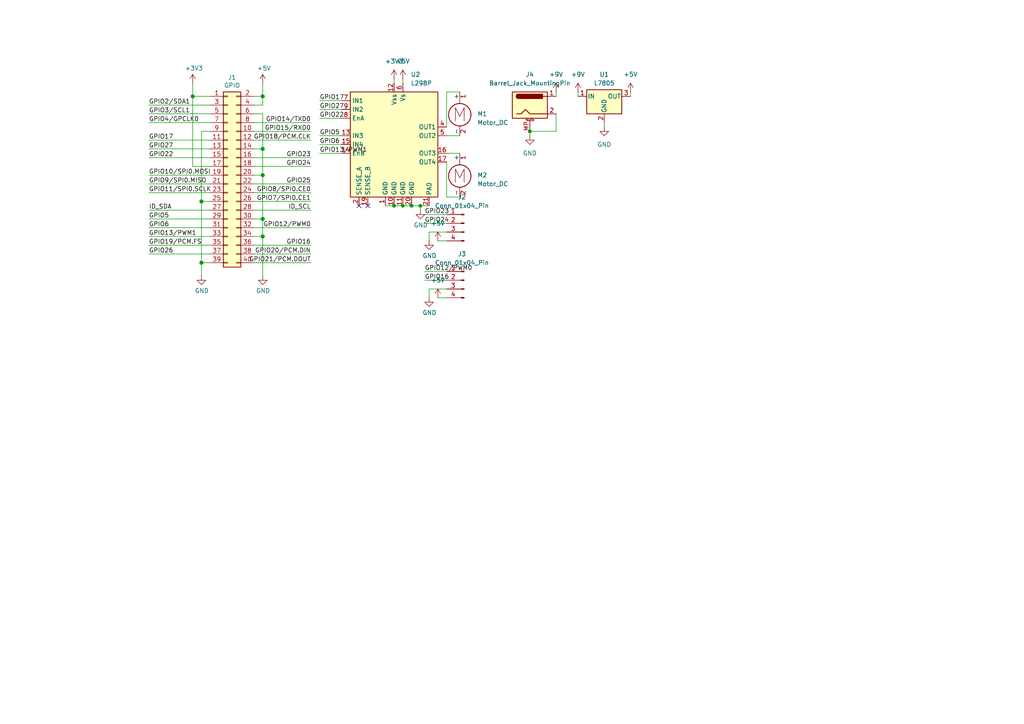
<source format=kicad_sch>
(kicad_sch
	(version 20250114)
	(generator "eeschema")
	(generator_version "9.0")
	(uuid "e63e39d7-6ac0-4ffd-8aa3-1841a4541b55")
	(paper "A4")
	(title_block
		(date "15 nov 2012")
	)
	(lib_symbols
		(symbol "Connector:Barrel_Jack_MountingPin"
			(pin_names
				(hide yes)
			)
			(exclude_from_sim no)
			(in_bom yes)
			(on_board yes)
			(property "Reference" "J"
				(at 0 5.334 0)
				(effects
					(font
						(size 1.27 1.27)
					)
				)
			)
			(property "Value" "Barrel_Jack_MountingPin"
				(at 1.27 -6.35 0)
				(effects
					(font
						(size 1.27 1.27)
					)
					(justify left)
				)
			)
			(property "Footprint" ""
				(at 1.27 -1.016 0)
				(effects
					(font
						(size 1.27 1.27)
					)
					(hide yes)
				)
			)
			(property "Datasheet" "~"
				(at 1.27 -1.016 0)
				(effects
					(font
						(size 1.27 1.27)
					)
					(hide yes)
				)
			)
			(property "Description" "DC Barrel Jack with a mounting pin"
				(at 0 0 0)
				(effects
					(font
						(size 1.27 1.27)
					)
					(hide yes)
				)
			)
			(property "ki_keywords" "DC power barrel jack connector"
				(at 0 0 0)
				(effects
					(font
						(size 1.27 1.27)
					)
					(hide yes)
				)
			)
			(property "ki_fp_filters" "BarrelJack*"
				(at 0 0 0)
				(effects
					(font
						(size 1.27 1.27)
					)
					(hide yes)
				)
			)
			(symbol "Barrel_Jack_MountingPin_0_1"
				(rectangle
					(start -5.08 3.81)
					(end 5.08 -3.81)
					(stroke
						(width 0.254)
						(type default)
					)
					(fill
						(type background)
					)
				)
				(polyline
					(pts
						(xy -3.81 -2.54) (xy -2.54 -2.54) (xy -1.27 -1.27) (xy 0 -2.54) (xy 2.54 -2.54) (xy 5.08 -2.54)
					)
					(stroke
						(width 0.254)
						(type default)
					)
					(fill
						(type none)
					)
				)
				(arc
					(start -3.302 1.905)
					(mid -3.9343 2.54)
					(end -3.302 3.175)
					(stroke
						(width 0.254)
						(type default)
					)
					(fill
						(type none)
					)
				)
				(arc
					(start -3.302 1.905)
					(mid -3.9343 2.54)
					(end -3.302 3.175)
					(stroke
						(width 0.254)
						(type default)
					)
					(fill
						(type outline)
					)
				)
				(rectangle
					(start 3.683 3.175)
					(end -3.302 1.905)
					(stroke
						(width 0.254)
						(type default)
					)
					(fill
						(type outline)
					)
				)
				(polyline
					(pts
						(xy 5.08 2.54) (xy 3.81 2.54)
					)
					(stroke
						(width 0.254)
						(type default)
					)
					(fill
						(type none)
					)
				)
			)
			(symbol "Barrel_Jack_MountingPin_1_1"
				(polyline
					(pts
						(xy -1.016 -4.572) (xy 1.016 -4.572)
					)
					(stroke
						(width 0.1524)
						(type default)
					)
					(fill
						(type none)
					)
				)
				(text "Mounting"
					(at 0 -4.191 0)
					(effects
						(font
							(size 0.381 0.381)
						)
					)
				)
				(pin passive line
					(at 0 -7.62 90)
					(length 3.048)
					(name "MountPin"
						(effects
							(font
								(size 1.27 1.27)
							)
						)
					)
					(number "MP"
						(effects
							(font
								(size 1.27 1.27)
							)
						)
					)
				)
				(pin passive line
					(at 7.62 2.54 180)
					(length 2.54)
					(name "~"
						(effects
							(font
								(size 1.27 1.27)
							)
						)
					)
					(number "1"
						(effects
							(font
								(size 1.27 1.27)
							)
						)
					)
				)
				(pin passive line
					(at 7.62 -2.54 180)
					(length 2.54)
					(name "~"
						(effects
							(font
								(size 1.27 1.27)
							)
						)
					)
					(number "2"
						(effects
							(font
								(size 1.27 1.27)
							)
						)
					)
				)
			)
			(embedded_fonts no)
		)
		(symbol "Connector:Conn_01x04_Pin"
			(pin_names
				(offset 1.016)
				(hide yes)
			)
			(exclude_from_sim no)
			(in_bom yes)
			(on_board yes)
			(property "Reference" "J"
				(at 0 5.08 0)
				(effects
					(font
						(size 1.27 1.27)
					)
				)
			)
			(property "Value" "Conn_01x04_Pin"
				(at 0 -7.62 0)
				(effects
					(font
						(size 1.27 1.27)
					)
				)
			)
			(property "Footprint" ""
				(at 0 0 0)
				(effects
					(font
						(size 1.27 1.27)
					)
					(hide yes)
				)
			)
			(property "Datasheet" "~"
				(at 0 0 0)
				(effects
					(font
						(size 1.27 1.27)
					)
					(hide yes)
				)
			)
			(property "Description" "Generic connector, single row, 01x04, script generated"
				(at 0 0 0)
				(effects
					(font
						(size 1.27 1.27)
					)
					(hide yes)
				)
			)
			(property "ki_locked" ""
				(at 0 0 0)
				(effects
					(font
						(size 1.27 1.27)
					)
				)
			)
			(property "ki_keywords" "connector"
				(at 0 0 0)
				(effects
					(font
						(size 1.27 1.27)
					)
					(hide yes)
				)
			)
			(property "ki_fp_filters" "Connector*:*_1x??_*"
				(at 0 0 0)
				(effects
					(font
						(size 1.27 1.27)
					)
					(hide yes)
				)
			)
			(symbol "Conn_01x04_Pin_1_1"
				(rectangle
					(start 0.8636 2.667)
					(end 0 2.413)
					(stroke
						(width 0.1524)
						(type default)
					)
					(fill
						(type outline)
					)
				)
				(rectangle
					(start 0.8636 0.127)
					(end 0 -0.127)
					(stroke
						(width 0.1524)
						(type default)
					)
					(fill
						(type outline)
					)
				)
				(rectangle
					(start 0.8636 -2.413)
					(end 0 -2.667)
					(stroke
						(width 0.1524)
						(type default)
					)
					(fill
						(type outline)
					)
				)
				(rectangle
					(start 0.8636 -4.953)
					(end 0 -5.207)
					(stroke
						(width 0.1524)
						(type default)
					)
					(fill
						(type outline)
					)
				)
				(polyline
					(pts
						(xy 1.27 2.54) (xy 0.8636 2.54)
					)
					(stroke
						(width 0.1524)
						(type default)
					)
					(fill
						(type none)
					)
				)
				(polyline
					(pts
						(xy 1.27 0) (xy 0.8636 0)
					)
					(stroke
						(width 0.1524)
						(type default)
					)
					(fill
						(type none)
					)
				)
				(polyline
					(pts
						(xy 1.27 -2.54) (xy 0.8636 -2.54)
					)
					(stroke
						(width 0.1524)
						(type default)
					)
					(fill
						(type none)
					)
				)
				(polyline
					(pts
						(xy 1.27 -5.08) (xy 0.8636 -5.08)
					)
					(stroke
						(width 0.1524)
						(type default)
					)
					(fill
						(type none)
					)
				)
				(pin passive line
					(at 5.08 2.54 180)
					(length 3.81)
					(name "Pin_1"
						(effects
							(font
								(size 1.27 1.27)
							)
						)
					)
					(number "1"
						(effects
							(font
								(size 1.27 1.27)
							)
						)
					)
				)
				(pin passive line
					(at 5.08 0 180)
					(length 3.81)
					(name "Pin_2"
						(effects
							(font
								(size 1.27 1.27)
							)
						)
					)
					(number "2"
						(effects
							(font
								(size 1.27 1.27)
							)
						)
					)
				)
				(pin passive line
					(at 5.08 -2.54 180)
					(length 3.81)
					(name "Pin_3"
						(effects
							(font
								(size 1.27 1.27)
							)
						)
					)
					(number "3"
						(effects
							(font
								(size 1.27 1.27)
							)
						)
					)
				)
				(pin passive line
					(at 5.08 -5.08 180)
					(length 3.81)
					(name "Pin_4"
						(effects
							(font
								(size 1.27 1.27)
							)
						)
					)
					(number "4"
						(effects
							(font
								(size 1.27 1.27)
							)
						)
					)
				)
			)
			(embedded_fonts no)
		)
		(symbol "Connector_Generic:Conn_02x20_Odd_Even"
			(pin_names
				(offset 1.016)
				(hide yes)
			)
			(exclude_from_sim no)
			(in_bom yes)
			(on_board yes)
			(property "Reference" "J"
				(at 1.27 25.4 0)
				(effects
					(font
						(size 1.27 1.27)
					)
				)
			)
			(property "Value" "Conn_02x20_Odd_Even"
				(at 1.27 -27.94 0)
				(effects
					(font
						(size 1.27 1.27)
					)
				)
			)
			(property "Footprint" ""
				(at 0 0 0)
				(effects
					(font
						(size 1.27 1.27)
					)
					(hide yes)
				)
			)
			(property "Datasheet" "~"
				(at 0 0 0)
				(effects
					(font
						(size 1.27 1.27)
					)
					(hide yes)
				)
			)
			(property "Description" "Generic connector, double row, 02x20, odd/even pin numbering scheme (row 1 odd numbers, row 2 even numbers), script generated (kicad-library-utils/schlib/autogen/connector/)"
				(at 0 0 0)
				(effects
					(font
						(size 1.27 1.27)
					)
					(hide yes)
				)
			)
			(property "ki_keywords" "connector"
				(at 0 0 0)
				(effects
					(font
						(size 1.27 1.27)
					)
					(hide yes)
				)
			)
			(property "ki_fp_filters" "Connector*:*_2x??_*"
				(at 0 0 0)
				(effects
					(font
						(size 1.27 1.27)
					)
					(hide yes)
				)
			)
			(symbol "Conn_02x20_Odd_Even_1_1"
				(rectangle
					(start -1.27 24.13)
					(end 3.81 -26.67)
					(stroke
						(width 0.254)
						(type default)
					)
					(fill
						(type background)
					)
				)
				(rectangle
					(start -1.27 22.987)
					(end 0 22.733)
					(stroke
						(width 0.1524)
						(type default)
					)
					(fill
						(type none)
					)
				)
				(rectangle
					(start -1.27 20.447)
					(end 0 20.193)
					(stroke
						(width 0.1524)
						(type default)
					)
					(fill
						(type none)
					)
				)
				(rectangle
					(start -1.27 17.907)
					(end 0 17.653)
					(stroke
						(width 0.1524)
						(type default)
					)
					(fill
						(type none)
					)
				)
				(rectangle
					(start -1.27 15.367)
					(end 0 15.113)
					(stroke
						(width 0.1524)
						(type default)
					)
					(fill
						(type none)
					)
				)
				(rectangle
					(start -1.27 12.827)
					(end 0 12.573)
					(stroke
						(width 0.1524)
						(type default)
					)
					(fill
						(type none)
					)
				)
				(rectangle
					(start -1.27 10.287)
					(end 0 10.033)
					(stroke
						(width 0.1524)
						(type default)
					)
					(fill
						(type none)
					)
				)
				(rectangle
					(start -1.27 7.747)
					(end 0 7.493)
					(stroke
						(width 0.1524)
						(type default)
					)
					(fill
						(type none)
					)
				)
				(rectangle
					(start -1.27 5.207)
					(end 0 4.953)
					(stroke
						(width 0.1524)
						(type default)
					)
					(fill
						(type none)
					)
				)
				(rectangle
					(start -1.27 2.667)
					(end 0 2.413)
					(stroke
						(width 0.1524)
						(type default)
					)
					(fill
						(type none)
					)
				)
				(rectangle
					(start -1.27 0.127)
					(end 0 -0.127)
					(stroke
						(width 0.1524)
						(type default)
					)
					(fill
						(type none)
					)
				)
				(rectangle
					(start -1.27 -2.413)
					(end 0 -2.667)
					(stroke
						(width 0.1524)
						(type default)
					)
					(fill
						(type none)
					)
				)
				(rectangle
					(start -1.27 -4.953)
					(end 0 -5.207)
					(stroke
						(width 0.1524)
						(type default)
					)
					(fill
						(type none)
					)
				)
				(rectangle
					(start -1.27 -7.493)
					(end 0 -7.747)
					(stroke
						(width 0.1524)
						(type default)
					)
					(fill
						(type none)
					)
				)
				(rectangle
					(start -1.27 -10.033)
					(end 0 -10.287)
					(stroke
						(width 0.1524)
						(type default)
					)
					(fill
						(type none)
					)
				)
				(rectangle
					(start -1.27 -12.573)
					(end 0 -12.827)
					(stroke
						(width 0.1524)
						(type default)
					)
					(fill
						(type none)
					)
				)
				(rectangle
					(start -1.27 -15.113)
					(end 0 -15.367)
					(stroke
						(width 0.1524)
						(type default)
					)
					(fill
						(type none)
					)
				)
				(rectangle
					(start -1.27 -17.653)
					(end 0 -17.907)
					(stroke
						(width 0.1524)
						(type default)
					)
					(fill
						(type none)
					)
				)
				(rectangle
					(start -1.27 -20.193)
					(end 0 -20.447)
					(stroke
						(width 0.1524)
						(type default)
					)
					(fill
						(type none)
					)
				)
				(rectangle
					(start -1.27 -22.733)
					(end 0 -22.987)
					(stroke
						(width 0.1524)
						(type default)
					)
					(fill
						(type none)
					)
				)
				(rectangle
					(start -1.27 -25.273)
					(end 0 -25.527)
					(stroke
						(width 0.1524)
						(type default)
					)
					(fill
						(type none)
					)
				)
				(rectangle
					(start 3.81 22.987)
					(end 2.54 22.733)
					(stroke
						(width 0.1524)
						(type default)
					)
					(fill
						(type none)
					)
				)
				(rectangle
					(start 3.81 20.447)
					(end 2.54 20.193)
					(stroke
						(width 0.1524)
						(type default)
					)
					(fill
						(type none)
					)
				)
				(rectangle
					(start 3.81 17.907)
					(end 2.54 17.653)
					(stroke
						(width 0.1524)
						(type default)
					)
					(fill
						(type none)
					)
				)
				(rectangle
					(start 3.81 15.367)
					(end 2.54 15.113)
					(stroke
						(width 0.1524)
						(type default)
					)
					(fill
						(type none)
					)
				)
				(rectangle
					(start 3.81 12.827)
					(end 2.54 12.573)
					(stroke
						(width 0.1524)
						(type default)
					)
					(fill
						(type none)
					)
				)
				(rectangle
					(start 3.81 10.287)
					(end 2.54 10.033)
					(stroke
						(width 0.1524)
						(type default)
					)
					(fill
						(type none)
					)
				)
				(rectangle
					(start 3.81 7.747)
					(end 2.54 7.493)
					(stroke
						(width 0.1524)
						(type default)
					)
					(fill
						(type none)
					)
				)
				(rectangle
					(start 3.81 5.207)
					(end 2.54 4.953)
					(stroke
						(width 0.1524)
						(type default)
					)
					(fill
						(type none)
					)
				)
				(rectangle
					(start 3.81 2.667)
					(end 2.54 2.413)
					(stroke
						(width 0.1524)
						(type default)
					)
					(fill
						(type none)
					)
				)
				(rectangle
					(start 3.81 0.127)
					(end 2.54 -0.127)
					(stroke
						(width 0.1524)
						(type default)
					)
					(fill
						(type none)
					)
				)
				(rectangle
					(start 3.81 -2.413)
					(end 2.54 -2.667)
					(stroke
						(width 0.1524)
						(type default)
					)
					(fill
						(type none)
					)
				)
				(rectangle
					(start 3.81 -4.953)
					(end 2.54 -5.207)
					(stroke
						(width 0.1524)
						(type default)
					)
					(fill
						(type none)
					)
				)
				(rectangle
					(start 3.81 -7.493)
					(end 2.54 -7.747)
					(stroke
						(width 0.1524)
						(type default)
					)
					(fill
						(type none)
					)
				)
				(rectangle
					(start 3.81 -10.033)
					(end 2.54 -10.287)
					(stroke
						(width 0.1524)
						(type default)
					)
					(fill
						(type none)
					)
				)
				(rectangle
					(start 3.81 -12.573)
					(end 2.54 -12.827)
					(stroke
						(width 0.1524)
						(type default)
					)
					(fill
						(type none)
					)
				)
				(rectangle
					(start 3.81 -15.113)
					(end 2.54 -15.367)
					(stroke
						(width 0.1524)
						(type default)
					)
					(fill
						(type none)
					)
				)
				(rectangle
					(start 3.81 -17.653)
					(end 2.54 -17.907)
					(stroke
						(width 0.1524)
						(type default)
					)
					(fill
						(type none)
					)
				)
				(rectangle
					(start 3.81 -20.193)
					(end 2.54 -20.447)
					(stroke
						(width 0.1524)
						(type default)
					)
					(fill
						(type none)
					)
				)
				(rectangle
					(start 3.81 -22.733)
					(end 2.54 -22.987)
					(stroke
						(width 0.1524)
						(type default)
					)
					(fill
						(type none)
					)
				)
				(rectangle
					(start 3.81 -25.273)
					(end 2.54 -25.527)
					(stroke
						(width 0.1524)
						(type default)
					)
					(fill
						(type none)
					)
				)
				(pin passive line
					(at -5.08 22.86 0)
					(length 3.81)
					(name "Pin_1"
						(effects
							(font
								(size 1.27 1.27)
							)
						)
					)
					(number "1"
						(effects
							(font
								(size 1.27 1.27)
							)
						)
					)
				)
				(pin passive line
					(at -5.08 20.32 0)
					(length 3.81)
					(name "Pin_3"
						(effects
							(font
								(size 1.27 1.27)
							)
						)
					)
					(number "3"
						(effects
							(font
								(size 1.27 1.27)
							)
						)
					)
				)
				(pin passive line
					(at -5.08 17.78 0)
					(length 3.81)
					(name "Pin_5"
						(effects
							(font
								(size 1.27 1.27)
							)
						)
					)
					(number "5"
						(effects
							(font
								(size 1.27 1.27)
							)
						)
					)
				)
				(pin passive line
					(at -5.08 15.24 0)
					(length 3.81)
					(name "Pin_7"
						(effects
							(font
								(size 1.27 1.27)
							)
						)
					)
					(number "7"
						(effects
							(font
								(size 1.27 1.27)
							)
						)
					)
				)
				(pin passive line
					(at -5.08 12.7 0)
					(length 3.81)
					(name "Pin_9"
						(effects
							(font
								(size 1.27 1.27)
							)
						)
					)
					(number "9"
						(effects
							(font
								(size 1.27 1.27)
							)
						)
					)
				)
				(pin passive line
					(at -5.08 10.16 0)
					(length 3.81)
					(name "Pin_11"
						(effects
							(font
								(size 1.27 1.27)
							)
						)
					)
					(number "11"
						(effects
							(font
								(size 1.27 1.27)
							)
						)
					)
				)
				(pin passive line
					(at -5.08 7.62 0)
					(length 3.81)
					(name "Pin_13"
						(effects
							(font
								(size 1.27 1.27)
							)
						)
					)
					(number "13"
						(effects
							(font
								(size 1.27 1.27)
							)
						)
					)
				)
				(pin passive line
					(at -5.08 5.08 0)
					(length 3.81)
					(name "Pin_15"
						(effects
							(font
								(size 1.27 1.27)
							)
						)
					)
					(number "15"
						(effects
							(font
								(size 1.27 1.27)
							)
						)
					)
				)
				(pin passive line
					(at -5.08 2.54 0)
					(length 3.81)
					(name "Pin_17"
						(effects
							(font
								(size 1.27 1.27)
							)
						)
					)
					(number "17"
						(effects
							(font
								(size 1.27 1.27)
							)
						)
					)
				)
				(pin passive line
					(at -5.08 0 0)
					(length 3.81)
					(name "Pin_19"
						(effects
							(font
								(size 1.27 1.27)
							)
						)
					)
					(number "19"
						(effects
							(font
								(size 1.27 1.27)
							)
						)
					)
				)
				(pin passive line
					(at -5.08 -2.54 0)
					(length 3.81)
					(name "Pin_21"
						(effects
							(font
								(size 1.27 1.27)
							)
						)
					)
					(number "21"
						(effects
							(font
								(size 1.27 1.27)
							)
						)
					)
				)
				(pin passive line
					(at -5.08 -5.08 0)
					(length 3.81)
					(name "Pin_23"
						(effects
							(font
								(size 1.27 1.27)
							)
						)
					)
					(number "23"
						(effects
							(font
								(size 1.27 1.27)
							)
						)
					)
				)
				(pin passive line
					(at -5.08 -7.62 0)
					(length 3.81)
					(name "Pin_25"
						(effects
							(font
								(size 1.27 1.27)
							)
						)
					)
					(number "25"
						(effects
							(font
								(size 1.27 1.27)
							)
						)
					)
				)
				(pin passive line
					(at -5.08 -10.16 0)
					(length 3.81)
					(name "Pin_27"
						(effects
							(font
								(size 1.27 1.27)
							)
						)
					)
					(number "27"
						(effects
							(font
								(size 1.27 1.27)
							)
						)
					)
				)
				(pin passive line
					(at -5.08 -12.7 0)
					(length 3.81)
					(name "Pin_29"
						(effects
							(font
								(size 1.27 1.27)
							)
						)
					)
					(number "29"
						(effects
							(font
								(size 1.27 1.27)
							)
						)
					)
				)
				(pin passive line
					(at -5.08 -15.24 0)
					(length 3.81)
					(name "Pin_31"
						(effects
							(font
								(size 1.27 1.27)
							)
						)
					)
					(number "31"
						(effects
							(font
								(size 1.27 1.27)
							)
						)
					)
				)
				(pin passive line
					(at -5.08 -17.78 0)
					(length 3.81)
					(name "Pin_33"
						(effects
							(font
								(size 1.27 1.27)
							)
						)
					)
					(number "33"
						(effects
							(font
								(size 1.27 1.27)
							)
						)
					)
				)
				(pin passive line
					(at -5.08 -20.32 0)
					(length 3.81)
					(name "Pin_35"
						(effects
							(font
								(size 1.27 1.27)
							)
						)
					)
					(number "35"
						(effects
							(font
								(size 1.27 1.27)
							)
						)
					)
				)
				(pin passive line
					(at -5.08 -22.86 0)
					(length 3.81)
					(name "Pin_37"
						(effects
							(font
								(size 1.27 1.27)
							)
						)
					)
					(number "37"
						(effects
							(font
								(size 1.27 1.27)
							)
						)
					)
				)
				(pin passive line
					(at -5.08 -25.4 0)
					(length 3.81)
					(name "Pin_39"
						(effects
							(font
								(size 1.27 1.27)
							)
						)
					)
					(number "39"
						(effects
							(font
								(size 1.27 1.27)
							)
						)
					)
				)
				(pin passive line
					(at 7.62 22.86 180)
					(length 3.81)
					(name "Pin_2"
						(effects
							(font
								(size 1.27 1.27)
							)
						)
					)
					(number "2"
						(effects
							(font
								(size 1.27 1.27)
							)
						)
					)
				)
				(pin passive line
					(at 7.62 20.32 180)
					(length 3.81)
					(name "Pin_4"
						(effects
							(font
								(size 1.27 1.27)
							)
						)
					)
					(number "4"
						(effects
							(font
								(size 1.27 1.27)
							)
						)
					)
				)
				(pin passive line
					(at 7.62 17.78 180)
					(length 3.81)
					(name "Pin_6"
						(effects
							(font
								(size 1.27 1.27)
							)
						)
					)
					(number "6"
						(effects
							(font
								(size 1.27 1.27)
							)
						)
					)
				)
				(pin passive line
					(at 7.62 15.24 180)
					(length 3.81)
					(name "Pin_8"
						(effects
							(font
								(size 1.27 1.27)
							)
						)
					)
					(number "8"
						(effects
							(font
								(size 1.27 1.27)
							)
						)
					)
				)
				(pin passive line
					(at 7.62 12.7 180)
					(length 3.81)
					(name "Pin_10"
						(effects
							(font
								(size 1.27 1.27)
							)
						)
					)
					(number "10"
						(effects
							(font
								(size 1.27 1.27)
							)
						)
					)
				)
				(pin passive line
					(at 7.62 10.16 180)
					(length 3.81)
					(name "Pin_12"
						(effects
							(font
								(size 1.27 1.27)
							)
						)
					)
					(number "12"
						(effects
							(font
								(size 1.27 1.27)
							)
						)
					)
				)
				(pin passive line
					(at 7.62 7.62 180)
					(length 3.81)
					(name "Pin_14"
						(effects
							(font
								(size 1.27 1.27)
							)
						)
					)
					(number "14"
						(effects
							(font
								(size 1.27 1.27)
							)
						)
					)
				)
				(pin passive line
					(at 7.62 5.08 180)
					(length 3.81)
					(name "Pin_16"
						(effects
							(font
								(size 1.27 1.27)
							)
						)
					)
					(number "16"
						(effects
							(font
								(size 1.27 1.27)
							)
						)
					)
				)
				(pin passive line
					(at 7.62 2.54 180)
					(length 3.81)
					(name "Pin_18"
						(effects
							(font
								(size 1.27 1.27)
							)
						)
					)
					(number "18"
						(effects
							(font
								(size 1.27 1.27)
							)
						)
					)
				)
				(pin passive line
					(at 7.62 0 180)
					(length 3.81)
					(name "Pin_20"
						(effects
							(font
								(size 1.27 1.27)
							)
						)
					)
					(number "20"
						(effects
							(font
								(size 1.27 1.27)
							)
						)
					)
				)
				(pin passive line
					(at 7.62 -2.54 180)
					(length 3.81)
					(name "Pin_22"
						(effects
							(font
								(size 1.27 1.27)
							)
						)
					)
					(number "22"
						(effects
							(font
								(size 1.27 1.27)
							)
						)
					)
				)
				(pin passive line
					(at 7.62 -5.08 180)
					(length 3.81)
					(name "Pin_24"
						(effects
							(font
								(size 1.27 1.27)
							)
						)
					)
					(number "24"
						(effects
							(font
								(size 1.27 1.27)
							)
						)
					)
				)
				(pin passive line
					(at 7.62 -7.62 180)
					(length 3.81)
					(name "Pin_26"
						(effects
							(font
								(size 1.27 1.27)
							)
						)
					)
					(number "26"
						(effects
							(font
								(size 1.27 1.27)
							)
						)
					)
				)
				(pin passive line
					(at 7.62 -10.16 180)
					(length 3.81)
					(name "Pin_28"
						(effects
							(font
								(size 1.27 1.27)
							)
						)
					)
					(number "28"
						(effects
							(font
								(size 1.27 1.27)
							)
						)
					)
				)
				(pin passive line
					(at 7.62 -12.7 180)
					(length 3.81)
					(name "Pin_30"
						(effects
							(font
								(size 1.27 1.27)
							)
						)
					)
					(number "30"
						(effects
							(font
								(size 1.27 1.27)
							)
						)
					)
				)
				(pin passive line
					(at 7.62 -15.24 180)
					(length 3.81)
					(name "Pin_32"
						(effects
							(font
								(size 1.27 1.27)
							)
						)
					)
					(number "32"
						(effects
							(font
								(size 1.27 1.27)
							)
						)
					)
				)
				(pin passive line
					(at 7.62 -17.78 180)
					(length 3.81)
					(name "Pin_34"
						(effects
							(font
								(size 1.27 1.27)
							)
						)
					)
					(number "34"
						(effects
							(font
								(size 1.27 1.27)
							)
						)
					)
				)
				(pin passive line
					(at 7.62 -20.32 180)
					(length 3.81)
					(name "Pin_36"
						(effects
							(font
								(size 1.27 1.27)
							)
						)
					)
					(number "36"
						(effects
							(font
								(size 1.27 1.27)
							)
						)
					)
				)
				(pin passive line
					(at 7.62 -22.86 180)
					(length 3.81)
					(name "Pin_38"
						(effects
							(font
								(size 1.27 1.27)
							)
						)
					)
					(number "38"
						(effects
							(font
								(size 1.27 1.27)
							)
						)
					)
				)
				(pin passive line
					(at 7.62 -25.4 180)
					(length 3.81)
					(name "Pin_40"
						(effects
							(font
								(size 1.27 1.27)
							)
						)
					)
					(number "40"
						(effects
							(font
								(size 1.27 1.27)
							)
						)
					)
				)
			)
			(embedded_fonts no)
		)
		(symbol "Driver_Motor:L298P"
			(exclude_from_sim no)
			(in_bom yes)
			(on_board yes)
			(property "Reference" "U"
				(at -10.16 16.51 0)
				(effects
					(font
						(size 1.27 1.27)
					)
				)
			)
			(property "Value" "L298P"
				(at 15.24 -17.018 0)
				(effects
					(font
						(size 1.27 1.27)
					)
				)
			)
			(property "Footprint" "Package_SO:HSOP-20-1EP_11.0x15.9mm_P1.27mm_SlugDown"
				(at 3.81 6.35 0)
				(effects
					(font
						(size 1.27 1.27)
					)
					(hide yes)
				)
			)
			(property "Datasheet" "http://www.st.com/st-web-ui/static/active/en/resource/technical/document/datasheet/CD00000240.pdf"
				(at 3.81 6.35 0)
				(effects
					(font
						(size 1.27 1.27)
					)
					(hide yes)
				)
			)
			(property "Description" "Dual full bridge motor driver, up to 46V, 4A"
				(at 0 0 0)
				(effects
					(font
						(size 1.27 1.27)
					)
					(hide yes)
				)
			)
			(property "ki_keywords" "H-bridge motor driver"
				(at 0 0 0)
				(effects
					(font
						(size 1.27 1.27)
					)
					(hide yes)
				)
			)
			(property "ki_fp_filters" "Package*SO:HSOP*1EP*11.0x15.9mm*P1.27mm*SlugDown*"
				(at 0 0 0)
				(effects
					(font
						(size 1.27 1.27)
					)
					(hide yes)
				)
			)
			(symbol "L298P_0_1"
				(rectangle
					(start -12.7 15.24)
					(end 12.7 -15.24)
					(stroke
						(width 0.254)
						(type default)
					)
					(fill
						(type background)
					)
				)
			)
			(symbol "L298P_1_1"
				(pin input line
					(at -15.24 12.7 0)
					(length 2.54)
					(name "IN1"
						(effects
							(font
								(size 1.27 1.27)
							)
						)
					)
					(number "7"
						(effects
							(font
								(size 1.27 1.27)
							)
						)
					)
				)
				(pin input line
					(at -15.24 10.16 0)
					(length 2.54)
					(name "IN2"
						(effects
							(font
								(size 1.27 1.27)
							)
						)
					)
					(number "9"
						(effects
							(font
								(size 1.27 1.27)
							)
						)
					)
				)
				(pin input line
					(at -15.24 7.62 0)
					(length 2.54)
					(name "EnA"
						(effects
							(font
								(size 1.27 1.27)
							)
						)
					)
					(number "8"
						(effects
							(font
								(size 1.27 1.27)
							)
						)
					)
				)
				(pin input line
					(at -15.24 2.54 0)
					(length 2.54)
					(name "IN3"
						(effects
							(font
								(size 1.27 1.27)
							)
						)
					)
					(number "13"
						(effects
							(font
								(size 1.27 1.27)
							)
						)
					)
				)
				(pin input line
					(at -15.24 0 0)
					(length 2.54)
					(name "IN4"
						(effects
							(font
								(size 1.27 1.27)
							)
						)
					)
					(number "15"
						(effects
							(font
								(size 1.27 1.27)
							)
						)
					)
				)
				(pin input line
					(at -15.24 -2.54 0)
					(length 2.54)
					(name "EnB"
						(effects
							(font
								(size 1.27 1.27)
							)
						)
					)
					(number "14"
						(effects
							(font
								(size 1.27 1.27)
							)
						)
					)
				)
				(pin input line
					(at -10.16 -17.78 90)
					(length 2.54)
					(name "SENSE_A"
						(effects
							(font
								(size 1.27 1.27)
							)
						)
					)
					(number "2"
						(effects
							(font
								(size 1.27 1.27)
							)
						)
					)
				)
				(pin input line
					(at -7.62 -17.78 90)
					(length 2.54)
					(name "SENSE_B"
						(effects
							(font
								(size 1.27 1.27)
							)
						)
					)
					(number "19"
						(effects
							(font
								(size 1.27 1.27)
							)
						)
					)
				)
				(pin power_in line
					(at -2.54 -17.78 90)
					(length 2.54)
					(name "GND"
						(effects
							(font
								(size 1.27 1.27)
							)
						)
					)
					(number "1"
						(effects
							(font
								(size 1.27 1.27)
							)
						)
					)
				)
				(pin power_in line
					(at 0 17.78 270)
					(length 2.54)
					(name "Vss"
						(effects
							(font
								(size 1.27 1.27)
							)
						)
					)
					(number "12"
						(effects
							(font
								(size 1.27 1.27)
							)
						)
					)
				)
				(pin power_in line
					(at 0 -17.78 90)
					(length 2.54)
					(name "GND"
						(effects
							(font
								(size 1.27 1.27)
							)
						)
					)
					(number "10"
						(effects
							(font
								(size 1.27 1.27)
							)
						)
					)
				)
				(pin power_in line
					(at 2.54 17.78 270)
					(length 2.54)
					(name "Vs"
						(effects
							(font
								(size 1.27 1.27)
							)
						)
					)
					(number "6"
						(effects
							(font
								(size 1.27 1.27)
							)
						)
					)
				)
				(pin power_in line
					(at 2.54 -17.78 90)
					(length 2.54)
					(name "GND"
						(effects
							(font
								(size 1.27 1.27)
							)
						)
					)
					(number "11"
						(effects
							(font
								(size 1.27 1.27)
							)
						)
					)
				)
				(pin power_in line
					(at 5.08 -17.78 90)
					(length 2.54)
					(name "GND"
						(effects
							(font
								(size 1.27 1.27)
							)
						)
					)
					(number "20"
						(effects
							(font
								(size 1.27 1.27)
							)
						)
					)
				)
				(pin passive line
					(at 10.16 -17.78 90)
					(length 2.54)
					(name "PAD"
						(effects
							(font
								(size 1.27 1.27)
							)
						)
					)
					(number "21"
						(effects
							(font
								(size 1.27 1.27)
							)
						)
					)
				)
				(pin no_connect line
					(at 12.7 12.7 180)
					(length 2.54)
					(hide yes)
					(name "NC"
						(effects
							(font
								(size 1.27 1.27)
							)
						)
					)
					(number "3"
						(effects
							(font
								(size 1.27 1.27)
							)
						)
					)
				)
				(pin no_connect line
					(at 12.7 10.16 180)
					(length 2.54)
					(hide yes)
					(name "NC"
						(effects
							(font
								(size 1.27 1.27)
							)
						)
					)
					(number "18"
						(effects
							(font
								(size 1.27 1.27)
							)
						)
					)
				)
				(pin output line
					(at 15.24 5.08 180)
					(length 2.54)
					(name "OUT1"
						(effects
							(font
								(size 1.27 1.27)
							)
						)
					)
					(number "4"
						(effects
							(font
								(size 1.27 1.27)
							)
						)
					)
				)
				(pin output line
					(at 15.24 2.54 180)
					(length 2.54)
					(name "OUT2"
						(effects
							(font
								(size 1.27 1.27)
							)
						)
					)
					(number "5"
						(effects
							(font
								(size 1.27 1.27)
							)
						)
					)
				)
				(pin output line
					(at 15.24 -2.54 180)
					(length 2.54)
					(name "OUT3"
						(effects
							(font
								(size 1.27 1.27)
							)
						)
					)
					(number "16"
						(effects
							(font
								(size 1.27 1.27)
							)
						)
					)
				)
				(pin output line
					(at 15.24 -5.08 180)
					(length 2.54)
					(name "OUT4"
						(effects
							(font
								(size 1.27 1.27)
							)
						)
					)
					(number "17"
						(effects
							(font
								(size 1.27 1.27)
							)
						)
					)
				)
			)
			(embedded_fonts no)
		)
		(symbol "Motor:Motor_DC"
			(pin_names
				(offset 0)
			)
			(exclude_from_sim no)
			(in_bom yes)
			(on_board yes)
			(property "Reference" "M"
				(at 2.54 2.54 0)
				(effects
					(font
						(size 1.27 1.27)
					)
					(justify left)
				)
			)
			(property "Value" "Motor_DC"
				(at 2.54 -5.08 0)
				(effects
					(font
						(size 1.27 1.27)
					)
					(justify left top)
				)
			)
			(property "Footprint" ""
				(at 0 -2.286 0)
				(effects
					(font
						(size 1.27 1.27)
					)
					(hide yes)
				)
			)
			(property "Datasheet" "~"
				(at 0 -2.286 0)
				(effects
					(font
						(size 1.27 1.27)
					)
					(hide yes)
				)
			)
			(property "Description" "DC Motor"
				(at 0 0 0)
				(effects
					(font
						(size 1.27 1.27)
					)
					(hide yes)
				)
			)
			(property "ki_keywords" "DC Motor"
				(at 0 0 0)
				(effects
					(font
						(size 1.27 1.27)
					)
					(hide yes)
				)
			)
			(property "ki_fp_filters" "PinHeader*P2.54mm* TerminalBlock*"
				(at 0 0 0)
				(effects
					(font
						(size 1.27 1.27)
					)
					(hide yes)
				)
			)
			(symbol "Motor_DC_0_0"
				(polyline
					(pts
						(xy -1.27 -3.302) (xy -1.27 0.508) (xy 0 -2.032) (xy 1.27 0.508) (xy 1.27 -3.302)
					)
					(stroke
						(width 0)
						(type default)
					)
					(fill
						(type none)
					)
				)
			)
			(symbol "Motor_DC_0_1"
				(polyline
					(pts
						(xy 0 2.032) (xy 0 2.54)
					)
					(stroke
						(width 0)
						(type default)
					)
					(fill
						(type none)
					)
				)
				(polyline
					(pts
						(xy 0 1.7272) (xy 0 2.0828)
					)
					(stroke
						(width 0)
						(type default)
					)
					(fill
						(type none)
					)
				)
				(circle
					(center 0 -1.524)
					(radius 3.2512)
					(stroke
						(width 0.254)
						(type default)
					)
					(fill
						(type none)
					)
				)
				(polyline
					(pts
						(xy 0 -4.7752) (xy 0 -5.1816)
					)
					(stroke
						(width 0)
						(type default)
					)
					(fill
						(type none)
					)
				)
				(polyline
					(pts
						(xy 0 -7.62) (xy 0 -7.112)
					)
					(stroke
						(width 0)
						(type default)
					)
					(fill
						(type none)
					)
				)
			)
			(symbol "Motor_DC_1_1"
				(pin passive line
					(at 0 5.08 270)
					(length 2.54)
					(name "+"
						(effects
							(font
								(size 1.27 1.27)
							)
						)
					)
					(number "1"
						(effects
							(font
								(size 1.27 1.27)
							)
						)
					)
				)
				(pin passive line
					(at 0 -7.62 90)
					(length 2.54)
					(name "-"
						(effects
							(font
								(size 1.27 1.27)
							)
						)
					)
					(number "2"
						(effects
							(font
								(size 1.27 1.27)
							)
						)
					)
				)
			)
			(embedded_fonts no)
		)
		(symbol "Regulator_Linear:L7805"
			(pin_names
				(offset 0.254)
			)
			(exclude_from_sim no)
			(in_bom yes)
			(on_board yes)
			(property "Reference" "U"
				(at -3.81 3.175 0)
				(effects
					(font
						(size 1.27 1.27)
					)
				)
			)
			(property "Value" "L7805"
				(at 0 3.175 0)
				(effects
					(font
						(size 1.27 1.27)
					)
					(justify left)
				)
			)
			(property "Footprint" ""
				(at 0.635 -3.81 0)
				(effects
					(font
						(size 1.27 1.27)
						(italic yes)
					)
					(justify left)
					(hide yes)
				)
			)
			(property "Datasheet" "http://www.st.com/content/ccc/resource/technical/document/datasheet/41/4f/b3/b0/12/d4/47/88/CD00000444.pdf/files/CD00000444.pdf/jcr:content/translations/en.CD00000444.pdf"
				(at 0 -1.27 0)
				(effects
					(font
						(size 1.27 1.27)
					)
					(hide yes)
				)
			)
			(property "Description" "Positive 1.5A 35V Linear Regulator, Fixed Output 5V, TO-220/TO-263/TO-252"
				(at 0 0 0)
				(effects
					(font
						(size 1.27 1.27)
					)
					(hide yes)
				)
			)
			(property "ki_keywords" "Voltage Regulator 1.5A Positive"
				(at 0 0 0)
				(effects
					(font
						(size 1.27 1.27)
					)
					(hide yes)
				)
			)
			(property "ki_fp_filters" "TO?252* TO?263* TO?220*"
				(at 0 0 0)
				(effects
					(font
						(size 1.27 1.27)
					)
					(hide yes)
				)
			)
			(symbol "L7805_0_1"
				(rectangle
					(start -5.08 1.905)
					(end 5.08 -5.08)
					(stroke
						(width 0.254)
						(type default)
					)
					(fill
						(type background)
					)
				)
			)
			(symbol "L7805_1_1"
				(pin power_in line
					(at -7.62 0 0)
					(length 2.54)
					(name "IN"
						(effects
							(font
								(size 1.27 1.27)
							)
						)
					)
					(number "1"
						(effects
							(font
								(size 1.27 1.27)
							)
						)
					)
				)
				(pin power_in line
					(at 0 -7.62 90)
					(length 2.54)
					(name "GND"
						(effects
							(font
								(size 1.27 1.27)
							)
						)
					)
					(number "2"
						(effects
							(font
								(size 1.27 1.27)
							)
						)
					)
				)
				(pin power_out line
					(at 7.62 0 180)
					(length 2.54)
					(name "OUT"
						(effects
							(font
								(size 1.27 1.27)
							)
						)
					)
					(number "3"
						(effects
							(font
								(size 1.27 1.27)
							)
						)
					)
				)
			)
			(embedded_fonts no)
		)
		(symbol "power:+3.3V"
			(power)
			(pin_numbers
				(hide yes)
			)
			(pin_names
				(offset 0)
				(hide yes)
			)
			(exclude_from_sim no)
			(in_bom yes)
			(on_board yes)
			(property "Reference" "#PWR"
				(at 0 -3.81 0)
				(effects
					(font
						(size 1.27 1.27)
					)
					(hide yes)
				)
			)
			(property "Value" "+3.3V"
				(at 0 3.556 0)
				(effects
					(font
						(size 1.27 1.27)
					)
				)
			)
			(property "Footprint" ""
				(at 0 0 0)
				(effects
					(font
						(size 1.27 1.27)
					)
					(hide yes)
				)
			)
			(property "Datasheet" ""
				(at 0 0 0)
				(effects
					(font
						(size 1.27 1.27)
					)
					(hide yes)
				)
			)
			(property "Description" "Power symbol creates a global label with name \"+3.3V\""
				(at 0 0 0)
				(effects
					(font
						(size 1.27 1.27)
					)
					(hide yes)
				)
			)
			(property "ki_keywords" "global power"
				(at 0 0 0)
				(effects
					(font
						(size 1.27 1.27)
					)
					(hide yes)
				)
			)
			(symbol "+3.3V_0_1"
				(polyline
					(pts
						(xy -0.762 1.27) (xy 0 2.54)
					)
					(stroke
						(width 0)
						(type default)
					)
					(fill
						(type none)
					)
				)
				(polyline
					(pts
						(xy 0 2.54) (xy 0.762 1.27)
					)
					(stroke
						(width 0)
						(type default)
					)
					(fill
						(type none)
					)
				)
				(polyline
					(pts
						(xy 0 0) (xy 0 2.54)
					)
					(stroke
						(width 0)
						(type default)
					)
					(fill
						(type none)
					)
				)
			)
			(symbol "+3.3V_1_1"
				(pin power_in line
					(at 0 0 90)
					(length 0)
					(name "~"
						(effects
							(font
								(size 1.27 1.27)
							)
						)
					)
					(number "1"
						(effects
							(font
								(size 1.27 1.27)
							)
						)
					)
				)
			)
			(embedded_fonts no)
		)
		(symbol "power:+3V3"
			(power)
			(pin_numbers
				(hide yes)
			)
			(pin_names
				(offset 0)
				(hide yes)
			)
			(exclude_from_sim no)
			(in_bom yes)
			(on_board yes)
			(property "Reference" "#PWR"
				(at 0 -3.81 0)
				(effects
					(font
						(size 1.27 1.27)
					)
					(hide yes)
				)
			)
			(property "Value" "+3V3"
				(at 0 3.556 0)
				(effects
					(font
						(size 1.27 1.27)
					)
				)
			)
			(property "Footprint" ""
				(at 0 0 0)
				(effects
					(font
						(size 1.27 1.27)
					)
					(hide yes)
				)
			)
			(property "Datasheet" ""
				(at 0 0 0)
				(effects
					(font
						(size 1.27 1.27)
					)
					(hide yes)
				)
			)
			(property "Description" "Power symbol creates a global label with name \"+3V3\""
				(at 0 0 0)
				(effects
					(font
						(size 1.27 1.27)
					)
					(hide yes)
				)
			)
			(property "ki_keywords" "global power"
				(at 0 0 0)
				(effects
					(font
						(size 1.27 1.27)
					)
					(hide yes)
				)
			)
			(symbol "+3V3_0_1"
				(polyline
					(pts
						(xy -0.762 1.27) (xy 0 2.54)
					)
					(stroke
						(width 0)
						(type default)
					)
					(fill
						(type none)
					)
				)
				(polyline
					(pts
						(xy 0 2.54) (xy 0.762 1.27)
					)
					(stroke
						(width 0)
						(type default)
					)
					(fill
						(type none)
					)
				)
				(polyline
					(pts
						(xy 0 0) (xy 0 2.54)
					)
					(stroke
						(width 0)
						(type default)
					)
					(fill
						(type none)
					)
				)
			)
			(symbol "+3V3_1_1"
				(pin power_in line
					(at 0 0 90)
					(length 0)
					(name "~"
						(effects
							(font
								(size 1.27 1.27)
							)
						)
					)
					(number "1"
						(effects
							(font
								(size 1.27 1.27)
							)
						)
					)
				)
			)
			(embedded_fonts no)
		)
		(symbol "power:+5V"
			(power)
			(pin_numbers
				(hide yes)
			)
			(pin_names
				(offset 0)
				(hide yes)
			)
			(exclude_from_sim no)
			(in_bom yes)
			(on_board yes)
			(property "Reference" "#PWR"
				(at 0 -3.81 0)
				(effects
					(font
						(size 1.27 1.27)
					)
					(hide yes)
				)
			)
			(property "Value" "+5V"
				(at 0 3.556 0)
				(effects
					(font
						(size 1.27 1.27)
					)
				)
			)
			(property "Footprint" ""
				(at 0 0 0)
				(effects
					(font
						(size 1.27 1.27)
					)
					(hide yes)
				)
			)
			(property "Datasheet" ""
				(at 0 0 0)
				(effects
					(font
						(size 1.27 1.27)
					)
					(hide yes)
				)
			)
			(property "Description" "Power symbol creates a global label with name \"+5V\""
				(at 0 0 0)
				(effects
					(font
						(size 1.27 1.27)
					)
					(hide yes)
				)
			)
			(property "ki_keywords" "global power"
				(at 0 0 0)
				(effects
					(font
						(size 1.27 1.27)
					)
					(hide yes)
				)
			)
			(symbol "+5V_0_1"
				(polyline
					(pts
						(xy -0.762 1.27) (xy 0 2.54)
					)
					(stroke
						(width 0)
						(type default)
					)
					(fill
						(type none)
					)
				)
				(polyline
					(pts
						(xy 0 2.54) (xy 0.762 1.27)
					)
					(stroke
						(width 0)
						(type default)
					)
					(fill
						(type none)
					)
				)
				(polyline
					(pts
						(xy 0 0) (xy 0 2.54)
					)
					(stroke
						(width 0)
						(type default)
					)
					(fill
						(type none)
					)
				)
			)
			(symbol "+5V_1_1"
				(pin power_in line
					(at 0 0 90)
					(length 0)
					(name "~"
						(effects
							(font
								(size 1.27 1.27)
							)
						)
					)
					(number "1"
						(effects
							(font
								(size 1.27 1.27)
							)
						)
					)
				)
			)
			(embedded_fonts no)
		)
		(symbol "power:+9V"
			(power)
			(pin_numbers
				(hide yes)
			)
			(pin_names
				(offset 0)
				(hide yes)
			)
			(exclude_from_sim no)
			(in_bom yes)
			(on_board yes)
			(property "Reference" "#PWR"
				(at 0 -3.81 0)
				(effects
					(font
						(size 1.27 1.27)
					)
					(hide yes)
				)
			)
			(property "Value" "+9V"
				(at 0 3.556 0)
				(effects
					(font
						(size 1.27 1.27)
					)
				)
			)
			(property "Footprint" ""
				(at 0 0 0)
				(effects
					(font
						(size 1.27 1.27)
					)
					(hide yes)
				)
			)
			(property "Datasheet" ""
				(at 0 0 0)
				(effects
					(font
						(size 1.27 1.27)
					)
					(hide yes)
				)
			)
			(property "Description" "Power symbol creates a global label with name \"+9V\""
				(at 0 0 0)
				(effects
					(font
						(size 1.27 1.27)
					)
					(hide yes)
				)
			)
			(property "ki_keywords" "global power"
				(at 0 0 0)
				(effects
					(font
						(size 1.27 1.27)
					)
					(hide yes)
				)
			)
			(symbol "+9V_0_1"
				(polyline
					(pts
						(xy -0.762 1.27) (xy 0 2.54)
					)
					(stroke
						(width 0)
						(type default)
					)
					(fill
						(type none)
					)
				)
				(polyline
					(pts
						(xy 0 2.54) (xy 0.762 1.27)
					)
					(stroke
						(width 0)
						(type default)
					)
					(fill
						(type none)
					)
				)
				(polyline
					(pts
						(xy 0 0) (xy 0 2.54)
					)
					(stroke
						(width 0)
						(type default)
					)
					(fill
						(type none)
					)
				)
			)
			(symbol "+9V_1_1"
				(pin power_in line
					(at 0 0 90)
					(length 0)
					(name "~"
						(effects
							(font
								(size 1.27 1.27)
							)
						)
					)
					(number "1"
						(effects
							(font
								(size 1.27 1.27)
							)
						)
					)
				)
			)
			(embedded_fonts no)
		)
		(symbol "power:GND"
			(power)
			(pin_numbers
				(hide yes)
			)
			(pin_names
				(offset 0)
				(hide yes)
			)
			(exclude_from_sim no)
			(in_bom yes)
			(on_board yes)
			(property "Reference" "#PWR"
				(at 0 -6.35 0)
				(effects
					(font
						(size 1.27 1.27)
					)
					(hide yes)
				)
			)
			(property "Value" "GND"
				(at 0 -3.81 0)
				(effects
					(font
						(size 1.27 1.27)
					)
				)
			)
			(property "Footprint" ""
				(at 0 0 0)
				(effects
					(font
						(size 1.27 1.27)
					)
					(hide yes)
				)
			)
			(property "Datasheet" ""
				(at 0 0 0)
				(effects
					(font
						(size 1.27 1.27)
					)
					(hide yes)
				)
			)
			(property "Description" "Power symbol creates a global label with name \"GND\" , ground"
				(at 0 0 0)
				(effects
					(font
						(size 1.27 1.27)
					)
					(hide yes)
				)
			)
			(property "ki_keywords" "global power"
				(at 0 0 0)
				(effects
					(font
						(size 1.27 1.27)
					)
					(hide yes)
				)
			)
			(symbol "GND_0_1"
				(polyline
					(pts
						(xy 0 0) (xy 0 -1.27) (xy 1.27 -1.27) (xy 0 -2.54) (xy -1.27 -1.27) (xy 0 -1.27)
					)
					(stroke
						(width 0)
						(type default)
					)
					(fill
						(type none)
					)
				)
			)
			(symbol "GND_1_1"
				(pin power_in line
					(at 0 0 270)
					(length 0)
					(name "~"
						(effects
							(font
								(size 1.27 1.27)
							)
						)
					)
					(number "1"
						(effects
							(font
								(size 1.27 1.27)
							)
						)
					)
				)
			)
			(embedded_fonts no)
		)
	)
	(junction
		(at 114.3 59.69)
		(diameter 0)
		(color 0 0 0 0)
		(uuid "03befcb9-c834-48b9-b5d5-534131a9c135")
	)
	(junction
		(at 76.2 63.5)
		(diameter 1.016)
		(color 0 0 0 0)
		(uuid "0eaa98f0-9565-4637-ace3-42a5231b07f7")
	)
	(junction
		(at 119.38 59.69)
		(diameter 0)
		(color 0 0 0 0)
		(uuid "116ec011-0c56-4411-8e53-0e2129cb1d2d")
	)
	(junction
		(at 55.88 27.94)
		(diameter 1.016)
		(color 0 0 0 0)
		(uuid "127679a9-3981-4934-815e-896a4e3ff56e")
	)
	(junction
		(at 76.2 68.58)
		(diameter 1.016)
		(color 0 0 0 0)
		(uuid "181abe7a-f941-42b6-bd46-aaa3131f90fb")
	)
	(junction
		(at 58.42 58.42)
		(diameter 1.016)
		(color 0 0 0 0)
		(uuid "48ab88d7-7084-4d02-b109-3ad55a30bb11")
	)
	(junction
		(at 153.67 38.1)
		(diameter 0)
		(color 0 0 0 0)
		(uuid "5d837254-1d8a-4964-81fc-52c9e6292ad2")
	)
	(junction
		(at 76.2 50.8)
		(diameter 1.016)
		(color 0 0 0 0)
		(uuid "704d6d51-bb34-4cbf-83d8-841e208048d8")
	)
	(junction
		(at 121.92 59.69)
		(diameter 0)
		(color 0 0 0 0)
		(uuid "7b910048-2ed3-42ae-9bd3-5107647125a5")
	)
	(junction
		(at 76.2 43.18)
		(diameter 1.016)
		(color 0 0 0 0)
		(uuid "8174b4de-74b1-48db-ab8e-c8432251095b")
	)
	(junction
		(at 116.84 59.69)
		(diameter 0)
		(color 0 0 0 0)
		(uuid "84c8f489-eff6-4d62-9597-7a4a763979f9")
	)
	(junction
		(at 58.42 76.2)
		(diameter 1.016)
		(color 0 0 0 0)
		(uuid "f71da641-16e6-4257-80c3-0b9d804fee4f")
	)
	(junction
		(at 76.2 27.94)
		(diameter 1.016)
		(color 0 0 0 0)
		(uuid "fd470e95-4861-44fe-b1e4-6d8a7c66e144")
	)
	(no_connect
		(at 106.68 59.69)
		(uuid "2f17594d-d1cb-4d70-9058-6aab0a4267e5")
	)
	(no_connect
		(at 104.14 59.69)
		(uuid "5be0985e-7f7d-459c-9667-05ba6ea37a50")
	)
	(wire
		(pts
			(xy 92.71 39.37) (xy 99.06 39.37)
		)
		(stroke
			(width 0)
			(type default)
		)
		(uuid "00c631af-125d-4316-8317-529be7bce36c")
	)
	(wire
		(pts
			(xy 58.42 58.42) (xy 58.42 76.2)
		)
		(stroke
			(width 0)
			(type solid)
		)
		(uuid "015c5535-b3ef-4c28-99b9-4f3baef056f3")
	)
	(wire
		(pts
			(xy 73.66 58.42) (xy 90.17 58.42)
		)
		(stroke
			(width 0)
			(type solid)
		)
		(uuid "01e536fb-12ab-43ce-a95e-82675e37d4b7")
	)
	(wire
		(pts
			(xy 129.54 83.82) (xy 124.46 83.82)
		)
		(stroke
			(width 0)
			(type default)
		)
		(uuid "01fe6173-4ecb-4740-a122-7adbaba5190a")
	)
	(wire
		(pts
			(xy 60.96 40.64) (xy 43.18 40.64)
		)
		(stroke
			(width 0)
			(type solid)
		)
		(uuid "0694ca26-7b8c-4c30-bae9-3b74fab1e60a")
	)
	(wire
		(pts
			(xy 153.67 38.1) (xy 153.67 39.37)
		)
		(stroke
			(width 0)
			(type default)
		)
		(uuid "08d722b6-bd3b-4f9e-a8b4-3a33844ed38e")
	)
	(wire
		(pts
			(xy 124.46 67.31) (xy 124.46 69.85)
		)
		(stroke
			(width 0)
			(type default)
		)
		(uuid "09cb5ca6-3076-4be0-9d6e-e18a54cea580")
	)
	(wire
		(pts
			(xy 76.2 33.02) (xy 76.2 43.18)
		)
		(stroke
			(width 0)
			(type solid)
		)
		(uuid "0d143423-c9d6-49e3-8b7d-f1137d1a3509")
	)
	(wire
		(pts
			(xy 76.2 50.8) (xy 73.66 50.8)
		)
		(stroke
			(width 0)
			(type solid)
		)
		(uuid "0ee91a98-576f-43c1-89f6-61acc2cb1f13")
	)
	(wire
		(pts
			(xy 129.54 39.37) (xy 133.35 39.37)
		)
		(stroke
			(width 0)
			(type default)
		)
		(uuid "1332ee20-2d89-42f3-bff3-92d1cb257b60")
	)
	(wire
		(pts
			(xy 76.2 63.5) (xy 76.2 68.58)
		)
		(stroke
			(width 0)
			(type solid)
		)
		(uuid "164f1958-8ee6-4c3d-9df0-03613712fa6f")
	)
	(wire
		(pts
			(xy 182.88 26.67) (xy 182.88 27.94)
		)
		(stroke
			(width 0)
			(type default)
		)
		(uuid "1832f6ae-0090-4de9-a1d1-97b81ad08ec2")
	)
	(wire
		(pts
			(xy 123.19 64.77) (xy 129.54 64.77)
		)
		(stroke
			(width 0)
			(type default)
		)
		(uuid "1942a8e5-5898-4342-9c58-cf52978bc96d")
	)
	(wire
		(pts
			(xy 76.2 50.8) (xy 76.2 63.5)
		)
		(stroke
			(width 0)
			(type solid)
		)
		(uuid "252c2642-5979-4a84-8d39-11da2e3821fe")
	)
	(wire
		(pts
			(xy 73.66 35.56) (xy 90.17 35.56)
		)
		(stroke
			(width 0)
			(type solid)
		)
		(uuid "2710a316-ad7d-4403-afc1-1df73ba69697")
	)
	(wire
		(pts
			(xy 58.42 38.1) (xy 58.42 58.42)
		)
		(stroke
			(width 0)
			(type solid)
		)
		(uuid "29651976-85fe-45df-9d6a-4d640774cbbc")
	)
	(wire
		(pts
			(xy 129.54 57.15) (xy 133.35 57.15)
		)
		(stroke
			(width 0)
			(type default)
		)
		(uuid "2e55ef9b-c136-43b8-bdff-7a9ecf098330")
	)
	(wire
		(pts
			(xy 58.42 38.1) (xy 60.96 38.1)
		)
		(stroke
			(width 0)
			(type solid)
		)
		(uuid "335bbf29-f5b7-4e5a-993a-a34ce5ab5756")
	)
	(wire
		(pts
			(xy 73.66 55.88) (xy 90.17 55.88)
		)
		(stroke
			(width 0)
			(type solid)
		)
		(uuid "3522f983-faf4-44f4-900c-086a3d364c60")
	)
	(wire
		(pts
			(xy 129.54 67.31) (xy 124.46 67.31)
		)
		(stroke
			(width 0)
			(type default)
		)
		(uuid "37723a86-e7a4-4f59-8cf0-184db26dda18")
	)
	(wire
		(pts
			(xy 60.96 60.96) (xy 43.18 60.96)
		)
		(stroke
			(width 0)
			(type solid)
		)
		(uuid "37ae508e-6121-46a7-8162-5c727675dd10")
	)
	(wire
		(pts
			(xy 43.18 63.5) (xy 60.96 63.5)
		)
		(stroke
			(width 0)
			(type solid)
		)
		(uuid "3b2261b8-cc6a-4f24-9a9d-8411b13f362c")
	)
	(wire
		(pts
			(xy 175.26 35.56) (xy 175.26 36.83)
		)
		(stroke
			(width 0)
			(type default)
		)
		(uuid "3c839c51-3f17-4016-9526-0bb29b182ce4")
	)
	(wire
		(pts
			(xy 116.84 59.69) (xy 119.38 59.69)
		)
		(stroke
			(width 0)
			(type default)
		)
		(uuid "4076c43b-9727-4299-8405-695816fc1d6f")
	)
	(wire
		(pts
			(xy 161.29 33.02) (xy 161.29 38.1)
		)
		(stroke
			(width 0)
			(type default)
		)
		(uuid "432baeda-d69d-43e0-8638-fe61823c9a29")
	)
	(wire
		(pts
			(xy 161.29 26.67) (xy 161.29 27.94)
		)
		(stroke
			(width 0)
			(type default)
		)
		(uuid "4398640a-4239-4f08-8668-dfdb3d054dcd")
	)
	(wire
		(pts
			(xy 58.42 58.42) (xy 60.96 58.42)
		)
		(stroke
			(width 0)
			(type solid)
		)
		(uuid "46f8757d-31ce-45ba-9242-48e76c9438b1")
	)
	(wire
		(pts
			(xy 127 86.36) (xy 129.54 86.36)
		)
		(stroke
			(width 0)
			(type default)
		)
		(uuid "49c949fb-dcee-4d43-86f8-ebd7776b2d56")
	)
	(wire
		(pts
			(xy 73.66 45.72) (xy 90.17 45.72)
		)
		(stroke
			(width 0)
			(type solid)
		)
		(uuid "4c544204-3530-479b-b097-35aa046ba896")
	)
	(wire
		(pts
			(xy 161.29 38.1) (xy 153.67 38.1)
		)
		(stroke
			(width 0)
			(type default)
		)
		(uuid "5134c112-e3ad-43ce-ae19-7f749ee42577")
	)
	(wire
		(pts
			(xy 73.66 76.2) (xy 90.17 76.2)
		)
		(stroke
			(width 0)
			(type solid)
		)
		(uuid "55a29370-8495-4737-906c-8b505e228668")
	)
	(wire
		(pts
			(xy 58.42 76.2) (xy 58.42 80.01)
		)
		(stroke
			(width 0)
			(type solid)
		)
		(uuid "55b53b1d-809a-4a85-8714-920d35727332")
	)
	(wire
		(pts
			(xy 43.18 43.18) (xy 60.96 43.18)
		)
		(stroke
			(width 0)
			(type solid)
		)
		(uuid "55d9c53c-6409-4360-8797-b4f7b28c4137")
	)
	(wire
		(pts
			(xy 121.92 60.96) (xy 121.92 59.69)
		)
		(stroke
			(width 0)
			(type default)
		)
		(uuid "5698d311-d3b5-4f02-a399-1eb59c7a08dc")
	)
	(wire
		(pts
			(xy 55.88 24.13) (xy 55.88 27.94)
		)
		(stroke
			(width 0)
			(type solid)
		)
		(uuid "57c01d09-da37-45de-b174-3ad4f982af7b")
	)
	(wire
		(pts
			(xy 92.71 31.75) (xy 99.06 31.75)
		)
		(stroke
			(width 0)
			(type default)
		)
		(uuid "5b2c677c-8653-4208-bd55-67e8b6bcc84b")
	)
	(wire
		(pts
			(xy 123.19 78.74) (xy 129.54 78.74)
		)
		(stroke
			(width 0)
			(type default)
		)
		(uuid "620b5bfd-e4a9-41f0-b799-bdc9c18a6657")
	)
	(wire
		(pts
			(xy 76.2 68.58) (xy 73.66 68.58)
		)
		(stroke
			(width 0)
			(type solid)
		)
		(uuid "62f43b49-7566-4f4c-b16f-9b95531f6d28")
	)
	(wire
		(pts
			(xy 114.3 59.69) (xy 116.84 59.69)
		)
		(stroke
			(width 0)
			(type default)
		)
		(uuid "66bf09fe-b47c-458b-81da-6f1dfcedd241")
	)
	(wire
		(pts
			(xy 43.18 33.02) (xy 60.96 33.02)
		)
		(stroke
			(width 0)
			(type solid)
		)
		(uuid "67559638-167e-4f06-9757-aeeebf7e8930")
	)
	(wire
		(pts
			(xy 92.71 41.91) (xy 99.06 41.91)
		)
		(stroke
			(width 0)
			(type default)
		)
		(uuid "692c677b-922f-45cb-a495-d87ccb6f5cab")
	)
	(wire
		(pts
			(xy 43.18 55.88) (xy 60.96 55.88)
		)
		(stroke
			(width 0)
			(type solid)
		)
		(uuid "6c897b01-6835-4bf3-885d-4b22704f8f6e")
	)
	(wire
		(pts
			(xy 55.88 48.26) (xy 60.96 48.26)
		)
		(stroke
			(width 0)
			(type solid)
		)
		(uuid "707b993a-397a-40ee-bc4e-978ea0af003d")
	)
	(wire
		(pts
			(xy 60.96 30.48) (xy 43.18 30.48)
		)
		(stroke
			(width 0)
			(type solid)
		)
		(uuid "73aefdad-91c2-4f5e-80c2-3f1cf4134807")
	)
	(wire
		(pts
			(xy 76.2 27.94) (xy 76.2 30.48)
		)
		(stroke
			(width 0)
			(type solid)
		)
		(uuid "7645e45b-ebbd-4531-92c9-9c38081bbf8d")
	)
	(wire
		(pts
			(xy 119.38 59.69) (xy 121.92 59.69)
		)
		(stroke
			(width 0)
			(type default)
		)
		(uuid "7a9a0ef7-0b7b-4999-9c68-8cdabbfc7190")
	)
	(wire
		(pts
			(xy 76.2 43.18) (xy 76.2 50.8)
		)
		(stroke
			(width 0)
			(type solid)
		)
		(uuid "7aed86fe-31d5-4139-a0b1-020ce61800b6")
	)
	(wire
		(pts
			(xy 73.66 40.64) (xy 90.17 40.64)
		)
		(stroke
			(width 0)
			(type solid)
		)
		(uuid "7d1a0af8-a3d8-4dbb-9873-21a280e175b7")
	)
	(wire
		(pts
			(xy 76.2 43.18) (xy 73.66 43.18)
		)
		(stroke
			(width 0)
			(type solid)
		)
		(uuid "7dd33798-d6eb-48c4-8355-bbeae3353a44")
	)
	(wire
		(pts
			(xy 116.84 22.86) (xy 116.84 24.13)
		)
		(stroke
			(width 0)
			(type default)
		)
		(uuid "81327b00-5527-4898-9a04-d9dfae9b7f9d")
	)
	(wire
		(pts
			(xy 76.2 24.13) (xy 76.2 27.94)
		)
		(stroke
			(width 0)
			(type solid)
		)
		(uuid "825ec672-c6b3-4524-894f-bfac8191e641")
	)
	(wire
		(pts
			(xy 129.54 26.67) (xy 129.54 36.83)
		)
		(stroke
			(width 0)
			(type default)
		)
		(uuid "83e163fc-d49a-4ca1-a604-d82e396a831a")
	)
	(wire
		(pts
			(xy 43.18 35.56) (xy 60.96 35.56)
		)
		(stroke
			(width 0)
			(type solid)
		)
		(uuid "85bd9bea-9b41-4249-9626-26358781edd8")
	)
	(wire
		(pts
			(xy 76.2 27.94) (xy 73.66 27.94)
		)
		(stroke
			(width 0)
			(type solid)
		)
		(uuid "8846d55b-57bd-4185-9629-4525ca309ac0")
	)
	(wire
		(pts
			(xy 55.88 27.94) (xy 55.88 48.26)
		)
		(stroke
			(width 0)
			(type solid)
		)
		(uuid "8930c626-5f36-458c-88ae-90e6918556cc")
	)
	(wire
		(pts
			(xy 73.66 48.26) (xy 90.17 48.26)
		)
		(stroke
			(width 0)
			(type solid)
		)
		(uuid "8b129051-97ca-49cd-adf8-4efb5043fabb")
	)
	(wire
		(pts
			(xy 73.66 38.1) (xy 90.17 38.1)
		)
		(stroke
			(width 0)
			(type solid)
		)
		(uuid "8ccbbafc-2cdc-415a-ac78-6ccd25489208")
	)
	(wire
		(pts
			(xy 92.71 29.21) (xy 99.06 29.21)
		)
		(stroke
			(width 0)
			(type default)
		)
		(uuid "90dbfc93-d488-4789-8117-515a45697c1b")
	)
	(wire
		(pts
			(xy 124.46 83.82) (xy 124.46 86.36)
		)
		(stroke
			(width 0)
			(type default)
		)
		(uuid "91aeab48-965e-4d5a-9d1b-a7bedf526bbb")
	)
	(wire
		(pts
			(xy 92.71 34.29) (xy 99.06 34.29)
		)
		(stroke
			(width 0)
			(type default)
		)
		(uuid "94773749-2863-4966-8bed-49aa0f6d5aac")
	)
	(wire
		(pts
			(xy 43.18 45.72) (xy 60.96 45.72)
		)
		(stroke
			(width 0)
			(type solid)
		)
		(uuid "9705171e-2fe8-4d02-a114-94335e138862")
	)
	(wire
		(pts
			(xy 43.18 53.34) (xy 60.96 53.34)
		)
		(stroke
			(width 0)
			(type solid)
		)
		(uuid "98a1aa7c-68bd-4966-834d-f673bb2b8d39")
	)
	(wire
		(pts
			(xy 167.64 26.67) (xy 167.64 27.94)
		)
		(stroke
			(width 0)
			(type default)
		)
		(uuid "9d64d4cf-35bd-4fa0-8c12-938b5c1516f5")
	)
	(wire
		(pts
			(xy 43.18 66.04) (xy 60.96 66.04)
		)
		(stroke
			(width 0)
			(type solid)
		)
		(uuid "a571c038-3cc2-4848-b404-365f2f7338be")
	)
	(wire
		(pts
			(xy 127 69.85) (xy 129.54 69.85)
		)
		(stroke
			(width 0)
			(type default)
		)
		(uuid "a6d55280-ff35-4c66-bf98-8bea3b01b18c")
	)
	(wire
		(pts
			(xy 123.19 81.28) (xy 129.54 81.28)
		)
		(stroke
			(width 0)
			(type default)
		)
		(uuid "a753bfa7-b089-4b2f-93b8-f242b28aa836")
	)
	(wire
		(pts
			(xy 76.2 30.48) (xy 73.66 30.48)
		)
		(stroke
			(width 0)
			(type solid)
		)
		(uuid "a82219f8-a00b-446a-aba9-4cd0a8dd81f2")
	)
	(wire
		(pts
			(xy 129.54 46.99) (xy 129.54 57.15)
		)
		(stroke
			(width 0)
			(type default)
		)
		(uuid "aa777033-d0f9-4fb1-9166-17f55f5c1ade")
	)
	(wire
		(pts
			(xy 43.18 71.12) (xy 60.96 71.12)
		)
		(stroke
			(width 0)
			(type solid)
		)
		(uuid "b07bae11-81ae-4941-a5ed-27fd323486e6")
	)
	(wire
		(pts
			(xy 73.66 71.12) (xy 90.17 71.12)
		)
		(stroke
			(width 0)
			(type solid)
		)
		(uuid "b36591f4-a77c-49fb-84e3-ce0d65ee7c7c")
	)
	(wire
		(pts
			(xy 73.66 66.04) (xy 90.17 66.04)
		)
		(stroke
			(width 0)
			(type solid)
		)
		(uuid "b73bbc85-9c79-4ab1-bfa9-ba86dc5a73fe")
	)
	(wire
		(pts
			(xy 58.42 76.2) (xy 60.96 76.2)
		)
		(stroke
			(width 0)
			(type solid)
		)
		(uuid "b8286aaf-3086-41e1-a5dc-8f8a05589eb9")
	)
	(wire
		(pts
			(xy 129.54 44.45) (xy 133.35 44.45)
		)
		(stroke
			(width 0)
			(type default)
		)
		(uuid "b88ad468-9304-4034-bf9b-3a5ffb42e8a0")
	)
	(wire
		(pts
			(xy 73.66 73.66) (xy 90.17 73.66)
		)
		(stroke
			(width 0)
			(type solid)
		)
		(uuid "bc7a73bf-d271-462c-8196-ea5c7867515d")
	)
	(wire
		(pts
			(xy 133.35 26.67) (xy 129.54 26.67)
		)
		(stroke
			(width 0)
			(type default)
		)
		(uuid "bd933bde-7e93-4008-b890-7d46e0630944")
	)
	(wire
		(pts
			(xy 76.2 33.02) (xy 73.66 33.02)
		)
		(stroke
			(width 0)
			(type solid)
		)
		(uuid "c15b519d-5e2e-489c-91b6-d8ff3e8343cb")
	)
	(wire
		(pts
			(xy 43.18 73.66) (xy 60.96 73.66)
		)
		(stroke
			(width 0)
			(type solid)
		)
		(uuid "c373340b-844b-44cd-869b-a1267d366977")
	)
	(wire
		(pts
			(xy 92.71 44.45) (xy 99.06 44.45)
		)
		(stroke
			(width 0)
			(type default)
		)
		(uuid "c8a0df0b-c6bd-4b55-addd-e9380bc80998")
	)
	(wire
		(pts
			(xy 123.19 62.23) (xy 129.54 62.23)
		)
		(stroke
			(width 0)
			(type default)
		)
		(uuid "ce8d4001-1406-4985-92ae-10495a35dc83")
	)
	(wire
		(pts
			(xy 76.2 68.58) (xy 76.2 80.01)
		)
		(stroke
			(width 0)
			(type solid)
		)
		(uuid "ddb5ec2a-613c-4ee5-b250-77656b088e84")
	)
	(wire
		(pts
			(xy 73.66 53.34) (xy 90.17 53.34)
		)
		(stroke
			(width 0)
			(type solid)
		)
		(uuid "df2cdc6b-e26c-482b-83a5-6c3aa0b9bc90")
	)
	(wire
		(pts
			(xy 60.96 68.58) (xy 43.18 68.58)
		)
		(stroke
			(width 0)
			(type solid)
		)
		(uuid "df3b4a97-babc-4be9-b107-e59b56293dde")
	)
	(wire
		(pts
			(xy 111.76 59.69) (xy 114.3 59.69)
		)
		(stroke
			(width 0)
			(type default)
		)
		(uuid "e49247e9-c8e0-4d05-9d70-9b5a1f278c68")
	)
	(wire
		(pts
			(xy 114.3 22.86) (xy 114.3 24.13)
		)
		(stroke
			(width 0)
			(type default)
		)
		(uuid "e66351ae-5028-400d-a8d5-654541b6092a")
	)
	(wire
		(pts
			(xy 76.2 63.5) (xy 73.66 63.5)
		)
		(stroke
			(width 0)
			(type solid)
		)
		(uuid "e93ad2ad-5587-4125-b93d-270df22eadfa")
	)
	(wire
		(pts
			(xy 121.92 59.69) (xy 124.46 59.69)
		)
		(stroke
			(width 0)
			(type default)
		)
		(uuid "e97567ac-6375-4af5-94c9-9524ae9ee7da")
	)
	(wire
		(pts
			(xy 55.88 27.94) (xy 60.96 27.94)
		)
		(stroke
			(width 0)
			(type solid)
		)
		(uuid "ed4af6f5-c1f9-4ac6-b35e-2b9ff5cd0eb3")
	)
	(wire
		(pts
			(xy 60.96 50.8) (xy 43.18 50.8)
		)
		(stroke
			(width 0)
			(type solid)
		)
		(uuid "f9be6c8e-7532-415b-be21-5f82d7d7f74e")
	)
	(wire
		(pts
			(xy 73.66 60.96) (xy 90.17 60.96)
		)
		(stroke
			(width 0)
			(type solid)
		)
		(uuid "f9e11340-14c0-4808-933b-bc348b73b18e")
	)
	(label "GPIO27"
		(at 92.71 31.75 0)
		(effects
			(font
				(size 1.27 1.27)
			)
			(justify left bottom)
		)
		(uuid "04348049-d667-49a8-b327-d1d279b4be30")
	)
	(label "ID_SDA"
		(at 43.18 60.96 0)
		(effects
			(font
				(size 1.27 1.27)
			)
			(justify left bottom)
		)
		(uuid "0a44feb6-de6a-4996-b011-73867d835568")
	)
	(label "GPIO6"
		(at 43.18 66.04 0)
		(effects
			(font
				(size 1.27 1.27)
			)
			(justify left bottom)
		)
		(uuid "0bec16b3-1718-4967-abb5-89274b1e4c31")
	)
	(label "ID_SCL"
		(at 90.17 60.96 180)
		(effects
			(font
				(size 1.27 1.27)
			)
			(justify right bottom)
		)
		(uuid "28cc0d46-7a8d-4c3b-8c53-d5a776b1d5a9")
	)
	(label "GPIO5"
		(at 43.18 63.5 0)
		(effects
			(font
				(size 1.27 1.27)
			)
			(justify left bottom)
		)
		(uuid "29d046c2-f681-4254-89b3-1ec3aa495433")
	)
	(label "GPIO17"
		(at 92.71 29.21 0)
		(effects
			(font
				(size 1.27 1.27)
			)
			(justify left bottom)
		)
		(uuid "2c5eb9c4-d694-4e24-b8aa-c8ecfd184cdd")
	)
	(label "GPIO21{slash}PCM.DOUT"
		(at 90.17 76.2 180)
		(effects
			(font
				(size 1.27 1.27)
			)
			(justify right bottom)
		)
		(uuid "31b15bb4-e7a6-46f1-aabc-e5f3cca1ba4f")
	)
	(label "GPIO19{slash}PCM.FS"
		(at 43.18 71.12 0)
		(effects
			(font
				(size 1.27 1.27)
			)
			(justify left bottom)
		)
		(uuid "3388965f-bec1-490c-9b08-dbac9be27c37")
	)
	(label "GPIO10{slash}SPI0.MOSI"
		(at 43.18 50.8 0)
		(effects
			(font
				(size 1.27 1.27)
			)
			(justify left bottom)
		)
		(uuid "35a1cc8d-cefe-4fd3-8f7e-ebdbdbd072ee")
	)
	(label "GPIO9{slash}SPI0.MISO"
		(at 43.18 53.34 0)
		(effects
			(font
				(size 1.27 1.27)
			)
			(justify left bottom)
		)
		(uuid "3911220d-b117-4874-8479-50c0285caa70")
	)
	(label "GPIO13{slash}PWM1"
		(at 92.71 44.45 0)
		(effects
			(font
				(size 1.27 1.27)
			)
			(justify left bottom)
		)
		(uuid "40c8bb7e-f95f-45e2-a159-e394e3e336cc")
	)
	(label "GPIO23"
		(at 90.17 45.72 180)
		(effects
			(font
				(size 1.27 1.27)
			)
			(justify right bottom)
		)
		(uuid "45550f58-81b3-4113-a98b-8910341c00d8")
	)
	(label "GPIO4{slash}GPCLK0"
		(at 43.18 35.56 0)
		(effects
			(font
				(size 1.27 1.27)
			)
			(justify left bottom)
		)
		(uuid "5069ddbc-357e-4355-aaa5-a8f551963b7a")
	)
	(label "GPIO27"
		(at 43.18 43.18 0)
		(effects
			(font
				(size 1.27 1.27)
			)
			(justify left bottom)
		)
		(uuid "591fa762-d154-4cf7-8db7-a10b610ff12a")
	)
	(label "GPIO5"
		(at 92.71 39.37 0)
		(effects
			(font
				(size 1.27 1.27)
			)
			(justify left bottom)
		)
		(uuid "5db4e89a-afe1-45fa-a3f7-5536edb1a68c")
	)
	(label "GPIO26"
		(at 43.18 73.66 0)
		(effects
			(font
				(size 1.27 1.27)
			)
			(justify left bottom)
		)
		(uuid "5f2ee32f-d6d5-4b76-8935-0d57826ec36e")
	)
	(label "GPIO14{slash}TXD0"
		(at 90.17 35.56 180)
		(effects
			(font
				(size 1.27 1.27)
			)
			(justify right bottom)
		)
		(uuid "610a05f5-0e9b-4f2c-960c-05aafdc8e1b9")
	)
	(label "GPIO8{slash}SPI0.CE0"
		(at 90.17 55.88 180)
		(effects
			(font
				(size 1.27 1.27)
			)
			(justify right bottom)
		)
		(uuid "64ee07d4-0247-486c-a5b0-d3d33362f168")
	)
	(label "GPIO15{slash}RXD0"
		(at 90.17 38.1 180)
		(effects
			(font
				(size 1.27 1.27)
			)
			(justify right bottom)
		)
		(uuid "6638ca0d-5409-4e89-aef0-b0f245a25578")
	)
	(label "GPIO16"
		(at 90.17 71.12 180)
		(effects
			(font
				(size 1.27 1.27)
			)
			(justify right bottom)
		)
		(uuid "6a63dbe8-50e2-4ffb-a55f-e0df0f695e9b")
	)
	(label "GPIO22"
		(at 43.18 45.72 0)
		(effects
			(font
				(size 1.27 1.27)
			)
			(justify left bottom)
		)
		(uuid "831c710c-4564-4e13-951a-b3746ba43c78")
	)
	(label "GPIO2{slash}SDA1"
		(at 43.18 30.48 0)
		(effects
			(font
				(size 1.27 1.27)
			)
			(justify left bottom)
		)
		(uuid "8fb0631c-564a-4f96-b39b-2f827bb204a3")
	)
	(label "GPIO17"
		(at 43.18 40.64 0)
		(effects
			(font
				(size 1.27 1.27)
			)
			(justify left bottom)
		)
		(uuid "9316d4cc-792f-4eb9-8a8b-1201587737ed")
	)
	(label "GPIO16"
		(at 123.19 81.28 0)
		(effects
			(font
				(size 1.27 1.27)
			)
			(justify left bottom)
		)
		(uuid "94056914-813a-438f-a6b0-6f51d5806df6")
	)
	(label "GPIO22"
		(at 92.71 34.29 0)
		(effects
			(font
				(size 1.27 1.27)
			)
			(justify left bottom)
		)
		(uuid "9a1f34a3-c688-42ee-8b24-74e6e0f8e8ad")
	)
	(label "GPIO25"
		(at 90.17 53.34 180)
		(effects
			(font
				(size 1.27 1.27)
			)
			(justify right bottom)
		)
		(uuid "9d507609-a820-4ac3-9e87-451a1c0e6633")
	)
	(label "GPIO3{slash}SCL1"
		(at 43.18 33.02 0)
		(effects
			(font
				(size 1.27 1.27)
			)
			(justify left bottom)
		)
		(uuid "a1cb0f9a-5b27-4e0e-bc79-c6e0ff4c58f7")
	)
	(label "GPIO18{slash}PCM.CLK"
		(at 90.17 40.64 180)
		(effects
			(font
				(size 1.27 1.27)
			)
			(justify right bottom)
		)
		(uuid "a46d6ef9-bb48-47fb-afed-157a64315177")
	)
	(label "GPIO12{slash}PWM0"
		(at 90.17 66.04 180)
		(effects
			(font
				(size 1.27 1.27)
			)
			(justify right bottom)
		)
		(uuid "a9ed66d3-a7fc-4839-b265-b9a21ee7fc85")
	)
	(label "GPIO23"
		(at 123.19 62.23 0)
		(effects
			(font
				(size 1.27 1.27)
			)
			(justify left bottom)
		)
		(uuid "accc151a-e484-4af3-a7b2-2a4fd4232d8d")
	)
	(label "GPIO24"
		(at 123.19 64.77 0)
		(effects
			(font
				(size 1.27 1.27)
			)
			(justify left bottom)
		)
		(uuid "b16e74eb-8f56-44e0-8c75-af88c79564b8")
	)
	(label "GPIO13{slash}PWM1"
		(at 43.18 68.58 0)
		(effects
			(font
				(size 1.27 1.27)
			)
			(justify left bottom)
		)
		(uuid "b2ab078a-8774-4d1b-9381-5fcf23cc6a42")
	)
	(label "GPIO20{slash}PCM.DIN"
		(at 90.17 73.66 180)
		(effects
			(font
				(size 1.27 1.27)
			)
			(justify right bottom)
		)
		(uuid "b64a2cd2-1bcf-4d65-ac61-508537c93d3e")
	)
	(label "GPIO24"
		(at 90.17 48.26 180)
		(effects
			(font
				(size 1.27 1.27)
			)
			(justify right bottom)
		)
		(uuid "b8e48041-ff05-4814-a4a3-fb04f84542aa")
	)
	(label "GPIO7{slash}SPI0.CE1"
		(at 90.17 58.42 180)
		(effects
			(font
				(size 1.27 1.27)
			)
			(justify right bottom)
		)
		(uuid "be4b9f73-f8d2-4c28-9237-5d7e964636fa")
	)
	(label "GPIO12{slash}PWM0"
		(at 123.19 78.74 0)
		(effects
			(font
				(size 1.27 1.27)
			)
			(justify left bottom)
		)
		(uuid "c2a13078-b9e4-4165-8363-fd52b6392c0e")
	)
	(label "GPIO6"
		(at 92.71 41.91 0)
		(effects
			(font
				(size 1.27 1.27)
			)
			(justify left bottom)
		)
		(uuid "cef328ec-dd92-4cce-aedf-c786c0f9ad89")
	)
	(label "GPIO11{slash}SPI0.SCLK"
		(at 43.18 55.88 0)
		(effects
			(font
				(size 1.27 1.27)
			)
			(justify left bottom)
		)
		(uuid "f9b80c2b-5447-4c6b-b35d-cb6b75fa7978")
	)
	(symbol
		(lib_id "power:+5V")
		(at 76.2 24.13 0)
		(unit 1)
		(exclude_from_sim no)
		(in_bom yes)
		(on_board yes)
		(dnp no)
		(uuid "00000000-0000-0000-0000-0000580c1b61")
		(property "Reference" "#PWR01"
			(at 76.2 27.94 0)
			(effects
				(font
					(size 1.27 1.27)
				)
				(hide yes)
			)
		)
		(property "Value" "+5V"
			(at 76.5683 19.8056 0)
			(effects
				(font
					(size 1.27 1.27)
				)
			)
		)
		(property "Footprint" ""
			(at 76.2 24.13 0)
			(effects
				(font
					(size 1.27 1.27)
				)
			)
		)
		(property "Datasheet" ""
			(at 76.2 24.13 0)
			(effects
				(font
					(size 1.27 1.27)
				)
			)
		)
		(property "Description" "Power symbol creates a global label with name \"+5V\""
			(at 76.2 24.13 0)
			(effects
				(font
					(size 1.27 1.27)
				)
				(hide yes)
			)
		)
		(pin "1"
			(uuid "fd2c46a1-7aae-42a9-93da-4ab8c0ebf781")
		)
		(instances
			(project "RaspberryPi-uHAT"
				(path "/e63e39d7-6ac0-4ffd-8aa3-1841a4541b55"
					(reference "#PWR01")
					(unit 1)
				)
			)
		)
	)
	(symbol
		(lib_id "power:+3.3V")
		(at 55.88 24.13 0)
		(unit 1)
		(exclude_from_sim no)
		(in_bom yes)
		(on_board yes)
		(dnp no)
		(uuid "00000000-0000-0000-0000-0000580c1bc1")
		(property "Reference" "#PWR04"
			(at 55.88 27.94 0)
			(effects
				(font
					(size 1.27 1.27)
				)
				(hide yes)
			)
		)
		(property "Value" "+3V3"
			(at 56.2483 19.8056 0)
			(effects
				(font
					(size 1.27 1.27)
				)
			)
		)
		(property "Footprint" ""
			(at 55.88 24.13 0)
			(effects
				(font
					(size 1.27 1.27)
				)
			)
		)
		(property "Datasheet" ""
			(at 55.88 24.13 0)
			(effects
				(font
					(size 1.27 1.27)
				)
			)
		)
		(property "Description" "Power symbol creates a global label with name \"+3.3V\""
			(at 55.88 24.13 0)
			(effects
				(font
					(size 1.27 1.27)
				)
				(hide yes)
			)
		)
		(pin "1"
			(uuid "fdfe2621-3322-4e6b-8d8a-a69772548e87")
		)
		(instances
			(project "RaspberryPi-uHAT"
				(path "/e63e39d7-6ac0-4ffd-8aa3-1841a4541b55"
					(reference "#PWR04")
					(unit 1)
				)
			)
		)
	)
	(symbol
		(lib_id "power:GND")
		(at 76.2 80.01 0)
		(unit 1)
		(exclude_from_sim no)
		(in_bom yes)
		(on_board yes)
		(dnp no)
		(uuid "00000000-0000-0000-0000-0000580c1d11")
		(property "Reference" "#PWR02"
			(at 76.2 86.36 0)
			(effects
				(font
					(size 1.27 1.27)
				)
				(hide yes)
			)
		)
		(property "Value" "GND"
			(at 76.3143 84.3344 0)
			(effects
				(font
					(size 1.27 1.27)
				)
			)
		)
		(property "Footprint" ""
			(at 76.2 80.01 0)
			(effects
				(font
					(size 1.27 1.27)
				)
			)
		)
		(property "Datasheet" ""
			(at 76.2 80.01 0)
			(effects
				(font
					(size 1.27 1.27)
				)
			)
		)
		(property "Description" "Power symbol creates a global label with name \"GND\" , ground"
			(at 76.2 80.01 0)
			(effects
				(font
					(size 1.27 1.27)
				)
				(hide yes)
			)
		)
		(pin "1"
			(uuid "c4a8cca2-2b39-45ae-a676-abbcbbb9291c")
		)
		(instances
			(project "RaspberryPi-uHAT"
				(path "/e63e39d7-6ac0-4ffd-8aa3-1841a4541b55"
					(reference "#PWR02")
					(unit 1)
				)
			)
		)
	)
	(symbol
		(lib_id "power:GND")
		(at 58.42 80.01 0)
		(unit 1)
		(exclude_from_sim no)
		(in_bom yes)
		(on_board yes)
		(dnp no)
		(uuid "00000000-0000-0000-0000-0000580c1e01")
		(property "Reference" "#PWR03"
			(at 58.42 86.36 0)
			(effects
				(font
					(size 1.27 1.27)
				)
				(hide yes)
			)
		)
		(property "Value" "GND"
			(at 58.5343 84.3344 0)
			(effects
				(font
					(size 1.27 1.27)
				)
			)
		)
		(property "Footprint" ""
			(at 58.42 80.01 0)
			(effects
				(font
					(size 1.27 1.27)
				)
			)
		)
		(property "Datasheet" ""
			(at 58.42 80.01 0)
			(effects
				(font
					(size 1.27 1.27)
				)
			)
		)
		(property "Description" "Power symbol creates a global label with name \"GND\" , ground"
			(at 58.42 80.01 0)
			(effects
				(font
					(size 1.27 1.27)
				)
				(hide yes)
			)
		)
		(pin "1"
			(uuid "6d128834-dfd6-4792-956f-f932023802bf")
		)
		(instances
			(project "RaspberryPi-uHAT"
				(path "/e63e39d7-6ac0-4ffd-8aa3-1841a4541b55"
					(reference "#PWR03")
					(unit 1)
				)
			)
		)
	)
	(symbol
		(lib_id "Connector_Generic:Conn_02x20_Odd_Even")
		(at 66.04 50.8 0)
		(unit 1)
		(exclude_from_sim no)
		(in_bom yes)
		(on_board yes)
		(dnp no)
		(uuid "00000000-0000-0000-0000-000059ad464a")
		(property "Reference" "J1"
			(at 67.31 22.4598 0)
			(effects
				(font
					(size 1.27 1.27)
				)
			)
		)
		(property "Value" "GPIO"
			(at 67.31 24.765 0)
			(effects
				(font
					(size 1.27 1.27)
				)
			)
		)
		(property "Footprint" "Connector_PinSocket_2.54mm:PinSocket_2x20_P2.54mm_Vertical"
			(at -57.15 74.93 0)
			(effects
				(font
					(size 1.27 1.27)
				)
				(hide yes)
			)
		)
		(property "Datasheet" "~"
			(at -57.15 74.93 0)
			(effects
				(font
					(size 1.27 1.27)
				)
				(hide yes)
			)
		)
		(property "Description" "Generic connector, double row, 02x20, odd/even pin numbering scheme (row 1 odd numbers, row 2 even numbers), script generated (kicad-library-utils/schlib/autogen/connector/)"
			(at 66.04 50.8 0)
			(effects
				(font
					(size 1.27 1.27)
				)
				(hide yes)
			)
		)
		(pin "1"
			(uuid "8d678796-43d4-427f-808d-7fd8ec169db6")
		)
		(pin "10"
			(uuid "60352f90-6662-4327-b929-2a652377970d")
		)
		(pin "11"
			(uuid "bcebd85f-ba9c-4326-8583-2d16e80f86cc")
		)
		(pin "12"
			(uuid "374dda98-f237-42fb-9b1c-5ef014922323")
		)
		(pin "13"
			(uuid "dc56ad3e-bf8f-4c14-9986-bfbd814e6046")
		)
		(pin "14"
			(uuid "22de7a1e-7139-424e-a08f-5637a3cbb7ec")
		)
		(pin "15"
			(uuid "99d4839a-5e23-4f38-87be-cc216cfbc92e")
		)
		(pin "16"
			(uuid "bf484b5b-d704-482d-82b9-398bc4428b95")
		)
		(pin "17"
			(uuid "c90bbfc0-7eb1-4380-a651-41bf50b1220f")
		)
		(pin "18"
			(uuid "03383b10-1079-4fba-8060-9f9c53c058bc")
		)
		(pin "19"
			(uuid "1924e169-9490-4063-bf3c-15acdcf52237")
		)
		(pin "2"
			(uuid "ad7257c9-5993-4f44-95c6-bd7c1429758a")
		)
		(pin "20"
			(uuid "fa546df5-3653-4146-846a-6308898b49a9")
		)
		(pin "21"
			(uuid "274d987a-c040-40c3-a794-43cce24b40e1")
		)
		(pin "22"
			(uuid "3f3c1a2b-a960-4f18-a1ff-e16c0bb4e8be")
		)
		(pin "23"
			(uuid "d18e9ea2-3d2c-453b-94a1-b440c51fb517")
		)
		(pin "24"
			(uuid "883cea99-bf86-4a21-b74e-d9eccfe3bb11")
		)
		(pin "25"
			(uuid "ee8199e5-ca85-4477-b69b-685dac4cb36f")
		)
		(pin "26"
			(uuid "ae88bd49-d271-451c-b711-790ae2bc916d")
		)
		(pin "27"
			(uuid "e65a58d0-66df-47c8-ba7a-9decf7b62352")
		)
		(pin "28"
			(uuid "eb06b754-7921-4ced-b398-468daefd5fe1")
		)
		(pin "29"
			(uuid "41a1996f-f227-48b7-8998-5a787b954c27")
		)
		(pin "3"
			(uuid "63960b0f-1103-4a28-98e8-6366c9251923")
		)
		(pin "30"
			(uuid "0f40f8fe-41f2-45a3-bfad-404e1753e1a3")
		)
		(pin "31"
			(uuid "875dc476-7474-4fa2-b0bc-7184c49f0cce")
		)
		(pin "32"
			(uuid "2e41567c-59c4-47e5-9704-fc8ccbdf4458")
		)
		(pin "33"
			(uuid "1dcb890b-0384-4fe7-a919-40b76d67acdc")
		)
		(pin "34"
			(uuid "363e3701-da11-4161-8070-aecd7d8230aa")
		)
		(pin "35"
			(uuid "cfa5c1a9-80ca-4c9f-a2f8-811b12be8c74")
		)
		(pin "36"
			(uuid "4f5db303-972a-4513-a45e-b6a6994e610f")
		)
		(pin "37"
			(uuid "18afcba7-0034-4b0e-b10c-200435c7d68d")
		)
		(pin "38"
			(uuid "392da693-2805-40a9-a609-3c755bbe5d4a")
		)
		(pin "39"
			(uuid "89e25265-707b-4a0e-b226-275188cfb9ab")
		)
		(pin "4"
			(uuid "9043cae1-a891-425f-9e97-d1c0287b6c05")
		)
		(pin "40"
			(uuid "ff41b223-909f-4cd3-85fa-f2247e7770d7")
		)
		(pin "5"
			(uuid "0545cf6d-a304-4d68-a158-d3f4ce6a9e0e")
		)
		(pin "6"
			(uuid "caa3e93a-7968-4106-b2ea-bd924ef0c715")
		)
		(pin "7"
			(uuid "ab2f3015-05e6-4b38-b1fc-04c3e46e21e3")
		)
		(pin "8"
			(uuid "47c7060d-0fda-4147-a0fd-4f06b00f4059")
		)
		(pin "9"
			(uuid "782d2c1f-9599-409d-a3cc-c1b6fda247d8")
		)
		(instances
			(project "RaspberryPi-uHAT"
				(path "/e63e39d7-6ac0-4ffd-8aa3-1841a4541b55"
					(reference "J1")
					(unit 1)
				)
			)
		)
	)
	(symbol
		(lib_id "power:GND")
		(at 175.26 36.83 0)
		(unit 1)
		(exclude_from_sim no)
		(in_bom yes)
		(on_board yes)
		(dnp no)
		(fields_autoplaced yes)
		(uuid "0e3ed3ef-b495-4b4c-8505-bfe87b9ca9f6")
		(property "Reference" "#PWR014"
			(at 175.26 43.18 0)
			(effects
				(font
					(size 1.27 1.27)
				)
				(hide yes)
			)
		)
		(property "Value" "GND"
			(at 175.26 41.91 0)
			(effects
				(font
					(size 1.27 1.27)
				)
			)
		)
		(property "Footprint" ""
			(at 175.26 36.83 0)
			(effects
				(font
					(size 1.27 1.27)
				)
				(hide yes)
			)
		)
		(property "Datasheet" ""
			(at 175.26 36.83 0)
			(effects
				(font
					(size 1.27 1.27)
				)
				(hide yes)
			)
		)
		(property "Description" "Power symbol creates a global label with name \"GND\" , ground"
			(at 175.26 36.83 0)
			(effects
				(font
					(size 1.27 1.27)
				)
				(hide yes)
			)
		)
		(pin "1"
			(uuid "efa80c9e-4856-4248-815f-9580ca0f8a6a")
		)
		(instances
			(project "slamcar3"
				(path "/e63e39d7-6ac0-4ffd-8aa3-1841a4541b55"
					(reference "#PWR014")
					(unit 1)
				)
			)
		)
	)
	(symbol
		(lib_id "power:+3V3")
		(at 114.3 22.86 0)
		(unit 1)
		(exclude_from_sim no)
		(in_bom yes)
		(on_board yes)
		(dnp no)
		(fields_autoplaced yes)
		(uuid "200abe0a-3a51-4fa2-b4e9-c9ceb96484b0")
		(property "Reference" "#PWR07"
			(at 114.3 26.67 0)
			(effects
				(font
					(size 1.27 1.27)
				)
				(hide yes)
			)
		)
		(property "Value" "+3V3"
			(at 114.3 17.78 0)
			(effects
				(font
					(size 1.27 1.27)
				)
			)
		)
		(property "Footprint" ""
			(at 114.3 22.86 0)
			(effects
				(font
					(size 1.27 1.27)
				)
				(hide yes)
			)
		)
		(property "Datasheet" ""
			(at 114.3 22.86 0)
			(effects
				(font
					(size 1.27 1.27)
				)
				(hide yes)
			)
		)
		(property "Description" "Power symbol creates a global label with name \"+3V3\""
			(at 114.3 22.86 0)
			(effects
				(font
					(size 1.27 1.27)
				)
				(hide yes)
			)
		)
		(pin "1"
			(uuid "1f8c9003-e43c-483a-80f9-f8bd7e643728")
		)
		(instances
			(project ""
				(path "/e63e39d7-6ac0-4ffd-8aa3-1841a4541b55"
					(reference "#PWR07")
					(unit 1)
				)
			)
		)
	)
	(symbol
		(lib_id "Connector:Conn_01x04_Pin")
		(at 134.62 81.28 0)
		(mirror y)
		(unit 1)
		(exclude_from_sim no)
		(in_bom yes)
		(on_board yes)
		(dnp no)
		(uuid "32843239-b8d3-46a7-a5f3-174872a64c1a")
		(property "Reference" "J3"
			(at 133.985 73.66 0)
			(effects
				(font
					(size 1.27 1.27)
				)
			)
		)
		(property "Value" "Conn_01x04_Pin"
			(at 133.985 76.2 0)
			(effects
				(font
					(size 1.27 1.27)
				)
			)
		)
		(property "Footprint" "Connector_PinHeader_2.54mm:PinHeader_1x04_P2.54mm_Vertical"
			(at 134.62 81.28 0)
			(effects
				(font
					(size 1.27 1.27)
				)
				(hide yes)
			)
		)
		(property "Datasheet" "~"
			(at 134.62 81.28 0)
			(effects
				(font
					(size 1.27 1.27)
				)
				(hide yes)
			)
		)
		(property "Description" "Generic connector, single row, 01x04, script generated"
			(at 134.62 81.28 0)
			(effects
				(font
					(size 1.27 1.27)
				)
				(hide yes)
			)
		)
		(pin "2"
			(uuid "83367bfd-d33f-416e-baee-d8b86ea05532")
		)
		(pin "1"
			(uuid "89e25c32-4b53-45fc-817d-c728d3043643")
		)
		(pin "4"
			(uuid "5b5131ff-99b8-4dcb-9678-9c98c45cafb3")
		)
		(pin "3"
			(uuid "228834bb-f4fb-43c5-aef3-f094b2d6ad72")
		)
		(instances
			(project "slamcar3"
				(path "/e63e39d7-6ac0-4ffd-8aa3-1841a4541b55"
					(reference "J3")
					(unit 1)
				)
			)
		)
	)
	(symbol
		(lib_id "power:+9V")
		(at 161.29 26.67 0)
		(unit 1)
		(exclude_from_sim no)
		(in_bom yes)
		(on_board yes)
		(dnp no)
		(fields_autoplaced yes)
		(uuid "34334987-b12b-400e-9d78-69599a4e2ff1")
		(property "Reference" "#PWR013"
			(at 161.29 30.48 0)
			(effects
				(font
					(size 1.27 1.27)
				)
				(hide yes)
			)
		)
		(property "Value" "+9V"
			(at 161.29 21.59 0)
			(effects
				(font
					(size 1.27 1.27)
				)
			)
		)
		(property "Footprint" ""
			(at 161.29 26.67 0)
			(effects
				(font
					(size 1.27 1.27)
				)
				(hide yes)
			)
		)
		(property "Datasheet" ""
			(at 161.29 26.67 0)
			(effects
				(font
					(size 1.27 1.27)
				)
				(hide yes)
			)
		)
		(property "Description" "Power symbol creates a global label with name \"+9V\""
			(at 161.29 26.67 0)
			(effects
				(font
					(size 1.27 1.27)
				)
				(hide yes)
			)
		)
		(pin "1"
			(uuid "7baaebe4-64ab-4f9a-a2e2-35c25ba5a772")
		)
		(instances
			(project ""
				(path "/e63e39d7-6ac0-4ffd-8aa3-1841a4541b55"
					(reference "#PWR013")
					(unit 1)
				)
			)
		)
	)
	(symbol
		(lib_id "Driver_Motor:L298P")
		(at 114.3 41.91 0)
		(unit 1)
		(exclude_from_sim no)
		(in_bom yes)
		(on_board yes)
		(dnp no)
		(fields_autoplaced yes)
		(uuid "46a2f5f7-959a-4c2b-bcf2-b51dc54a6ac5")
		(property "Reference" "U2"
			(at 119.1448 21.59 0)
			(effects
				(font
					(size 1.27 1.27)
				)
				(justify left)
			)
		)
		(property "Value" "L298P"
			(at 119.1448 24.13 0)
			(effects
				(font
					(size 1.27 1.27)
				)
				(justify left)
			)
		)
		(property "Footprint" "Package_SO:HSOP-20-1EP_11.0x15.9mm_P1.27mm_SlugDown"
			(at 118.11 35.56 0)
			(effects
				(font
					(size 1.27 1.27)
				)
				(hide yes)
			)
		)
		(property "Datasheet" "http://www.st.com/st-web-ui/static/active/en/resource/technical/document/datasheet/CD00000240.pdf"
			(at 118.11 35.56 0)
			(effects
				(font
					(size 1.27 1.27)
				)
				(hide yes)
			)
		)
		(property "Description" "Dual full bridge motor driver, up to 46V, 4A"
			(at 114.3 41.91 0)
			(effects
				(font
					(size 1.27 1.27)
				)
				(hide yes)
			)
		)
		(pin "7"
			(uuid "6cb5a9d7-6735-4be8-bbfc-7ca9b11dc319")
		)
		(pin "2"
			(uuid "4c9792f6-a631-4998-85be-b8e9e8ead3f9")
		)
		(pin "1"
			(uuid "7579a8c0-30a7-43e7-ba6f-11e894633594")
		)
		(pin "9"
			(uuid "6c690995-3218-4e9c-9ff7-155a79934bb1")
		)
		(pin "19"
			(uuid "79c493fb-eec8-447d-89f5-7824a1a3b815")
		)
		(pin "8"
			(uuid "34ebe03d-8345-4182-bd9a-1313f72adb29")
		)
		(pin "13"
			(uuid "8c61184f-d4ff-4135-9a3c-0527f07d10e6")
		)
		(pin "15"
			(uuid "c09eb097-3400-49c9-92b7-a0c143c5a22b")
		)
		(pin "14"
			(uuid "21796a2c-a6d3-4de5-b496-8e6b8c3c064b")
		)
		(pin "10"
			(uuid "98e79c05-b7ef-494e-bfb5-cacbc97e63b6")
		)
		(pin "6"
			(uuid "3c052670-5abd-4e71-adbf-a73a5c0c6356")
		)
		(pin "17"
			(uuid "3d09db8a-a3b9-4827-82b1-26670402bb05")
		)
		(pin "5"
			(uuid "c66d88ce-ac16-4afe-b72d-7ce942434c90")
		)
		(pin "12"
			(uuid "6f005c84-65f9-4fc7-9e01-01887f93da82")
		)
		(pin "16"
			(uuid "292f2536-86c6-4e21-9e6a-88f6e0b63380")
		)
		(pin "21"
			(uuid "c2fe874d-5025-450a-b074-a41e83018fe0")
		)
		(pin "20"
			(uuid "ae6be52d-77bd-41a8-ad3b-a503223de3d2")
		)
		(pin "3"
			(uuid "f22d6669-0eb5-4021-92cb-9888c12866f0")
		)
		(pin "18"
			(uuid "1fa6766f-350e-4f6a-a52e-c15528b93aff")
		)
		(pin "11"
			(uuid "cb15c5d6-f0e3-4941-8dc0-8ec525a98ad8")
		)
		(pin "4"
			(uuid "48b40057-4393-4b1b-aa1d-4817bc6ade1c")
		)
		(instances
			(project ""
				(path "/e63e39d7-6ac0-4ffd-8aa3-1841a4541b55"
					(reference "U2")
					(unit 1)
				)
			)
		)
	)
	(symbol
		(lib_id "power:GND")
		(at 153.67 39.37 0)
		(unit 1)
		(exclude_from_sim no)
		(in_bom yes)
		(on_board yes)
		(dnp no)
		(fields_autoplaced yes)
		(uuid "618d5bce-7741-49c2-8b82-ffe8fe9ffe46")
		(property "Reference" "#PWR012"
			(at 153.67 45.72 0)
			(effects
				(font
					(size 1.27 1.27)
				)
				(hide yes)
			)
		)
		(property "Value" "GND"
			(at 153.67 44.45 0)
			(effects
				(font
					(size 1.27 1.27)
				)
			)
		)
		(property "Footprint" ""
			(at 153.67 39.37 0)
			(effects
				(font
					(size 1.27 1.27)
				)
				(hide yes)
			)
		)
		(property "Datasheet" ""
			(at 153.67 39.37 0)
			(effects
				(font
					(size 1.27 1.27)
				)
				(hide yes)
			)
		)
		(property "Description" "Power symbol creates a global label with name \"GND\" , ground"
			(at 153.67 39.37 0)
			(effects
				(font
					(size 1.27 1.27)
				)
				(hide yes)
			)
		)
		(pin "1"
			(uuid "f1051a58-ca09-43a7-a47c-be730cd92f34")
		)
		(instances
			(project ""
				(path "/e63e39d7-6ac0-4ffd-8aa3-1841a4541b55"
					(reference "#PWR012")
					(unit 1)
				)
			)
		)
	)
	(symbol
		(lib_id "power:+5V")
		(at 127 86.36 0)
		(unit 1)
		(exclude_from_sim no)
		(in_bom yes)
		(on_board yes)
		(dnp no)
		(fields_autoplaced yes)
		(uuid "7c05b25c-504e-4d90-8561-5abd8a2bdcca")
		(property "Reference" "#PWR011"
			(at 127 90.17 0)
			(effects
				(font
					(size 1.27 1.27)
				)
				(hide yes)
			)
		)
		(property "Value" "+5V"
			(at 127 81.28 0)
			(effects
				(font
					(size 1.27 1.27)
				)
			)
		)
		(property "Footprint" ""
			(at 127 86.36 0)
			(effects
				(font
					(size 1.27 1.27)
				)
				(hide yes)
			)
		)
		(property "Datasheet" ""
			(at 127 86.36 0)
			(effects
				(font
					(size 1.27 1.27)
				)
				(hide yes)
			)
		)
		(property "Description" "Power symbol creates a global label with name \"+5V\""
			(at 127 86.36 0)
			(effects
				(font
					(size 1.27 1.27)
				)
				(hide yes)
			)
		)
		(pin "1"
			(uuid "23fd8458-ccc0-4e41-8e63-3d735ed54a6d")
		)
		(instances
			(project "slamcar3"
				(path "/e63e39d7-6ac0-4ffd-8aa3-1841a4541b55"
					(reference "#PWR011")
					(unit 1)
				)
			)
		)
	)
	(symbol
		(lib_id "Connector:Barrel_Jack_MountingPin")
		(at 153.67 30.48 0)
		(unit 1)
		(exclude_from_sim no)
		(in_bom yes)
		(on_board yes)
		(dnp no)
		(fields_autoplaced yes)
		(uuid "8b087957-2d03-4a2c-a106-00f1942cd75f")
		(property "Reference" "J4"
			(at 153.67 21.59 0)
			(effects
				(font
					(size 1.27 1.27)
				)
			)
		)
		(property "Value" "Barrel_Jack_MountingPin"
			(at 153.67 24.13 0)
			(effects
				(font
					(size 1.27 1.27)
				)
			)
		)
		(property "Footprint" "Connector_BarrelJack:BarrelJack_Horizontal"
			(at 154.94 31.496 0)
			(effects
				(font
					(size 1.27 1.27)
				)
				(hide yes)
			)
		)
		(property "Datasheet" "~"
			(at 154.94 31.496 0)
			(effects
				(font
					(size 1.27 1.27)
				)
				(hide yes)
			)
		)
		(property "Description" "DC Barrel Jack with a mounting pin"
			(at 153.67 30.48 0)
			(effects
				(font
					(size 1.27 1.27)
				)
				(hide yes)
			)
		)
		(pin "2"
			(uuid "e36fe915-91cd-4bc7-b10c-da4378a447a9")
		)
		(pin "1"
			(uuid "21329d38-9a7d-43cf-9ef6-1fdce7d92f5d")
		)
		(pin "MP"
			(uuid "1cf6c689-2bdb-40c8-8d6d-4bf102b5e59b")
		)
		(instances
			(project ""
				(path "/e63e39d7-6ac0-4ffd-8aa3-1841a4541b55"
					(reference "J4")
					(unit 1)
				)
			)
		)
	)
	(symbol
		(lib_id "power:GND")
		(at 124.46 69.85 0)
		(unit 1)
		(exclude_from_sim no)
		(in_bom yes)
		(on_board yes)
		(dnp no)
		(uuid "8ed9cb32-f534-4bed-bc05-0f44c00b0eeb")
		(property "Reference" "#PWR08"
			(at 124.46 76.2 0)
			(effects
				(font
					(size 1.27 1.27)
				)
				(hide yes)
			)
		)
		(property "Value" "GND"
			(at 124.5743 74.1744 0)
			(effects
				(font
					(size 1.27 1.27)
				)
			)
		)
		(property "Footprint" ""
			(at 124.46 69.85 0)
			(effects
				(font
					(size 1.27 1.27)
				)
			)
		)
		(property "Datasheet" ""
			(at 124.46 69.85 0)
			(effects
				(font
					(size 1.27 1.27)
				)
			)
		)
		(property "Description" "Power symbol creates a global label with name \"GND\" , ground"
			(at 124.46 69.85 0)
			(effects
				(font
					(size 1.27 1.27)
				)
				(hide yes)
			)
		)
		(pin "1"
			(uuid "d06df58b-945d-4c06-a0a0-c70e630695d0")
		)
		(instances
			(project "slamcar3"
				(path "/e63e39d7-6ac0-4ffd-8aa3-1841a4541b55"
					(reference "#PWR08")
					(unit 1)
				)
			)
		)
	)
	(symbol
		(lib_id "power:GND")
		(at 124.46 86.36 0)
		(unit 1)
		(exclude_from_sim no)
		(in_bom yes)
		(on_board yes)
		(dnp no)
		(uuid "9050d259-c828-48fa-af63-bffc2204fde8")
		(property "Reference" "#PWR010"
			(at 124.46 92.71 0)
			(effects
				(font
					(size 1.27 1.27)
				)
				(hide yes)
			)
		)
		(property "Value" "GND"
			(at 124.5743 90.6844 0)
			(effects
				(font
					(size 1.27 1.27)
				)
			)
		)
		(property "Footprint" ""
			(at 124.46 86.36 0)
			(effects
				(font
					(size 1.27 1.27)
				)
			)
		)
		(property "Datasheet" ""
			(at 124.46 86.36 0)
			(effects
				(font
					(size 1.27 1.27)
				)
			)
		)
		(property "Description" "Power symbol creates a global label with name \"GND\" , ground"
			(at 124.46 86.36 0)
			(effects
				(font
					(size 1.27 1.27)
				)
				(hide yes)
			)
		)
		(pin "1"
			(uuid "de8d54e4-7a63-434e-8f60-2535d10db9ac")
		)
		(instances
			(project "slamcar3"
				(path "/e63e39d7-6ac0-4ffd-8aa3-1841a4541b55"
					(reference "#PWR010")
					(unit 1)
				)
			)
		)
	)
	(symbol
		(lib_id "power:+9V")
		(at 167.64 26.67 0)
		(unit 1)
		(exclude_from_sim no)
		(in_bom yes)
		(on_board yes)
		(dnp no)
		(fields_autoplaced yes)
		(uuid "9770c4c8-b780-4992-9651-422d4b01cfff")
		(property "Reference" "#PWR015"
			(at 167.64 30.48 0)
			(effects
				(font
					(size 1.27 1.27)
				)
				(hide yes)
			)
		)
		(property "Value" "+9V"
			(at 167.64 21.59 0)
			(effects
				(font
					(size 1.27 1.27)
				)
			)
		)
		(property "Footprint" ""
			(at 167.64 26.67 0)
			(effects
				(font
					(size 1.27 1.27)
				)
				(hide yes)
			)
		)
		(property "Datasheet" ""
			(at 167.64 26.67 0)
			(effects
				(font
					(size 1.27 1.27)
				)
				(hide yes)
			)
		)
		(property "Description" "Power symbol creates a global label with name \"+9V\""
			(at 167.64 26.67 0)
			(effects
				(font
					(size 1.27 1.27)
				)
				(hide yes)
			)
		)
		(pin "1"
			(uuid "9a5fd55e-686b-4b9a-9b99-5c418cc67949")
		)
		(instances
			(project "slamcar3"
				(path "/e63e39d7-6ac0-4ffd-8aa3-1841a4541b55"
					(reference "#PWR015")
					(unit 1)
				)
			)
		)
	)
	(symbol
		(lib_id "Connector:Conn_01x04_Pin")
		(at 134.62 64.77 0)
		(mirror y)
		(unit 1)
		(exclude_from_sim no)
		(in_bom yes)
		(on_board yes)
		(dnp no)
		(uuid "99a39361-bf8d-4ab2-a4ec-c9282b10f3d2")
		(property "Reference" "J2"
			(at 133.985 57.15 0)
			(effects
				(font
					(size 1.27 1.27)
				)
			)
		)
		(property "Value" "Conn_01x04_Pin"
			(at 133.985 59.69 0)
			(effects
				(font
					(size 1.27 1.27)
				)
			)
		)
		(property "Footprint" "Connector_PinHeader_2.54mm:PinHeader_1x04_P2.54mm_Vertical"
			(at 134.62 64.77 0)
			(effects
				(font
					(size 1.27 1.27)
				)
				(hide yes)
			)
		)
		(property "Datasheet" "~"
			(at 134.62 64.77 0)
			(effects
				(font
					(size 1.27 1.27)
				)
				(hide yes)
			)
		)
		(property "Description" "Generic connector, single row, 01x04, script generated"
			(at 134.62 64.77 0)
			(effects
				(font
					(size 1.27 1.27)
				)
				(hide yes)
			)
		)
		(pin "2"
			(uuid "c6481e39-d1aa-4c59-a78e-371ca1a5986a")
		)
		(pin "1"
			(uuid "faecd14a-6937-419f-b661-376fab80cbbb")
		)
		(pin "4"
			(uuid "358766cf-b787-4dca-a574-0ba65c4bccdb")
		)
		(pin "3"
			(uuid "380aeb28-ebac-49c1-983a-a5a10f9e8c60")
		)
		(instances
			(project ""
				(path "/e63e39d7-6ac0-4ffd-8aa3-1841a4541b55"
					(reference "J2")
					(unit 1)
				)
			)
		)
	)
	(symbol
		(lib_id "power:+5V")
		(at 116.84 22.86 0)
		(unit 1)
		(exclude_from_sim no)
		(in_bom yes)
		(on_board yes)
		(dnp no)
		(fields_autoplaced yes)
		(uuid "9dca51e8-ec68-47bd-b5b5-f6ddbf53262c")
		(property "Reference" "#PWR06"
			(at 116.84 26.67 0)
			(effects
				(font
					(size 1.27 1.27)
				)
				(hide yes)
			)
		)
		(property "Value" "+5V"
			(at 116.84 17.78 0)
			(effects
				(font
					(size 1.27 1.27)
				)
			)
		)
		(property "Footprint" ""
			(at 116.84 22.86 0)
			(effects
				(font
					(size 1.27 1.27)
				)
				(hide yes)
			)
		)
		(property "Datasheet" ""
			(at 116.84 22.86 0)
			(effects
				(font
					(size 1.27 1.27)
				)
				(hide yes)
			)
		)
		(property "Description" "Power symbol creates a global label with name \"+5V\""
			(at 116.84 22.86 0)
			(effects
				(font
					(size 1.27 1.27)
				)
				(hide yes)
			)
		)
		(pin "1"
			(uuid "5d23ceea-eb54-4f0b-be36-48f0db95e6a6")
		)
		(instances
			(project ""
				(path "/e63e39d7-6ac0-4ffd-8aa3-1841a4541b55"
					(reference "#PWR06")
					(unit 1)
				)
			)
		)
	)
	(symbol
		(lib_id "Motor:Motor_DC")
		(at 133.35 49.53 0)
		(unit 1)
		(exclude_from_sim no)
		(in_bom yes)
		(on_board yes)
		(dnp no)
		(fields_autoplaced yes)
		(uuid "c51b8906-cf99-4de5-88cd-cdd6aebfdbc2")
		(property "Reference" "M2"
			(at 138.43 50.7999 0)
			(effects
				(font
					(size 1.27 1.27)
				)
				(justify left)
			)
		)
		(property "Value" "Motor_DC"
			(at 138.43 53.3399 0)
			(effects
				(font
					(size 1.27 1.27)
				)
				(justify left)
			)
		)
		(property "Footprint" "Connector_PinHeader_2.54mm:PinHeader_1x02_P2.54mm_Vertical"
			(at 133.35 51.816 0)
			(effects
				(font
					(size 1.27 1.27)
				)
				(hide yes)
			)
		)
		(property "Datasheet" "~"
			(at 133.35 51.816 0)
			(effects
				(font
					(size 1.27 1.27)
				)
				(hide yes)
			)
		)
		(property "Description" "DC Motor"
			(at 133.35 49.53 0)
			(effects
				(font
					(size 1.27 1.27)
				)
				(hide yes)
			)
		)
		(pin "2"
			(uuid "3ec9485d-c63f-4480-9090-8f06ee44e52c")
		)
		(pin "1"
			(uuid "0edff49c-7db3-4e10-8760-65cbd25dd44c")
		)
		(instances
			(project "slamcar3"
				(path "/e63e39d7-6ac0-4ffd-8aa3-1841a4541b55"
					(reference "M2")
					(unit 1)
				)
			)
		)
	)
	(symbol
		(lib_id "power:+5V")
		(at 127 69.85 0)
		(unit 1)
		(exclude_from_sim no)
		(in_bom yes)
		(on_board yes)
		(dnp no)
		(fields_autoplaced yes)
		(uuid "c7a60054-ee56-4ea4-9a1e-5e3709d9f454")
		(property "Reference" "#PWR09"
			(at 127 73.66 0)
			(effects
				(font
					(size 1.27 1.27)
				)
				(hide yes)
			)
		)
		(property "Value" "+5V"
			(at 127 64.77 0)
			(effects
				(font
					(size 1.27 1.27)
				)
			)
		)
		(property "Footprint" ""
			(at 127 69.85 0)
			(effects
				(font
					(size 1.27 1.27)
				)
				(hide yes)
			)
		)
		(property "Datasheet" ""
			(at 127 69.85 0)
			(effects
				(font
					(size 1.27 1.27)
				)
				(hide yes)
			)
		)
		(property "Description" "Power symbol creates a global label with name \"+5V\""
			(at 127 69.85 0)
			(effects
				(font
					(size 1.27 1.27)
				)
				(hide yes)
			)
		)
		(pin "1"
			(uuid "87e988e6-99e4-4555-8f6b-01e85f1262da")
		)
		(instances
			(project "slamcar3"
				(path "/e63e39d7-6ac0-4ffd-8aa3-1841a4541b55"
					(reference "#PWR09")
					(unit 1)
				)
			)
		)
	)
	(symbol
		(lib_id "Regulator_Linear:L7805")
		(at 175.26 27.94 0)
		(unit 1)
		(exclude_from_sim no)
		(in_bom yes)
		(on_board yes)
		(dnp no)
		(fields_autoplaced yes)
		(uuid "d0ce3f03-0265-4e17-bdda-7e53abe92239")
		(property "Reference" "U1"
			(at 175.26 21.59 0)
			(effects
				(font
					(size 1.27 1.27)
				)
			)
		)
		(property "Value" "L7805"
			(at 175.26 24.13 0)
			(effects
				(font
					(size 1.27 1.27)
				)
			)
		)
		(property "Footprint" "Package_TO_SOT_SMD:TO-252-3_TabPin2"
			(at 175.895 31.75 0)
			(effects
				(font
					(size 1.27 1.27)
					(italic yes)
				)
				(justify left)
				(hide yes)
			)
		)
		(property "Datasheet" "http://www.st.com/content/ccc/resource/technical/document/datasheet/41/4f/b3/b0/12/d4/47/88/CD00000444.pdf/files/CD00000444.pdf/jcr:content/translations/en.CD00000444.pdf"
			(at 175.26 29.21 0)
			(effects
				(font
					(size 1.27 1.27)
				)
				(hide yes)
			)
		)
		(property "Description" "Positive 1.5A 35V Linear Regulator, Fixed Output 5V, TO-220/TO-263/TO-252"
			(at 175.26 27.94 0)
			(effects
				(font
					(size 1.27 1.27)
				)
				(hide yes)
			)
		)
		(pin "1"
			(uuid "c369fc7c-0f97-408c-a78e-f3c85e2b5a4b")
		)
		(pin "3"
			(uuid "a80d2dbb-0068-41eb-af60-ad6a110a3adc")
		)
		(pin "2"
			(uuid "92af5c0f-d6a7-45b4-a687-0cdff8fd0eb8")
		)
		(instances
			(project ""
				(path "/e63e39d7-6ac0-4ffd-8aa3-1841a4541b55"
					(reference "U1")
					(unit 1)
				)
			)
		)
	)
	(symbol
		(lib_id "Motor:Motor_DC")
		(at 133.35 31.75 0)
		(unit 1)
		(exclude_from_sim no)
		(in_bom yes)
		(on_board yes)
		(dnp no)
		(fields_autoplaced yes)
		(uuid "d89fb1e3-2954-4403-b2d2-c0384135a827")
		(property "Reference" "M1"
			(at 138.43 33.0199 0)
			(effects
				(font
					(size 1.27 1.27)
				)
				(justify left)
			)
		)
		(property "Value" "Motor_DC"
			(at 138.43 35.5599 0)
			(effects
				(font
					(size 1.27 1.27)
				)
				(justify left)
			)
		)
		(property "Footprint" "Connector_PinHeader_2.54mm:PinHeader_1x02_P2.54mm_Vertical"
			(at 133.35 34.036 0)
			(effects
				(font
					(size 1.27 1.27)
				)
				(hide yes)
			)
		)
		(property "Datasheet" "~"
			(at 133.35 34.036 0)
			(effects
				(font
					(size 1.27 1.27)
				)
				(hide yes)
			)
		)
		(property "Description" "DC Motor"
			(at 133.35 31.75 0)
			(effects
				(font
					(size 1.27 1.27)
				)
				(hide yes)
			)
		)
		(pin "2"
			(uuid "b6a6d354-ed51-464b-af06-57700552a2ae")
		)
		(pin "1"
			(uuid "bf9ea2b7-4b6a-4560-8882-0f879f5b8a46")
		)
		(instances
			(project ""
				(path "/e63e39d7-6ac0-4ffd-8aa3-1841a4541b55"
					(reference "M1")
					(unit 1)
				)
			)
		)
	)
	(symbol
		(lib_id "power:GND")
		(at 121.92 60.96 0)
		(unit 1)
		(exclude_from_sim no)
		(in_bom yes)
		(on_board yes)
		(dnp no)
		(uuid "fd48a7dd-9556-4ed8-b867-9f1cfcb330f3")
		(property "Reference" "#PWR05"
			(at 121.92 67.31 0)
			(effects
				(font
					(size 1.27 1.27)
				)
				(hide yes)
			)
		)
		(property "Value" "GND"
			(at 122.0343 65.2844 0)
			(effects
				(font
					(size 1.27 1.27)
				)
			)
		)
		(property "Footprint" ""
			(at 121.92 60.96 0)
			(effects
				(font
					(size 1.27 1.27)
				)
			)
		)
		(property "Datasheet" ""
			(at 121.92 60.96 0)
			(effects
				(font
					(size 1.27 1.27)
				)
			)
		)
		(property "Description" "Power symbol creates a global label with name \"GND\" , ground"
			(at 121.92 60.96 0)
			(effects
				(font
					(size 1.27 1.27)
				)
				(hide yes)
			)
		)
		(pin "1"
			(uuid "4e57a49c-b233-4d23-8f33-6903f4df0dce")
		)
		(instances
			(project "slamcar3"
				(path "/e63e39d7-6ac0-4ffd-8aa3-1841a4541b55"
					(reference "#PWR05")
					(unit 1)
				)
			)
		)
	)
	(symbol
		(lib_id "power:+5V")
		(at 182.88 26.67 0)
		(unit 1)
		(exclude_from_sim no)
		(in_bom yes)
		(on_board yes)
		(dnp no)
		(fields_autoplaced yes)
		(uuid "ffa45766-e073-4764-8c74-02f35b3b7c6f")
		(property "Reference" "#PWR016"
			(at 182.88 30.48 0)
			(effects
				(font
					(size 1.27 1.27)
				)
				(hide yes)
			)
		)
		(property "Value" "+5V"
			(at 182.88 21.59 0)
			(effects
				(font
					(size 1.27 1.27)
				)
			)
		)
		(property "Footprint" ""
			(at 182.88 26.67 0)
			(effects
				(font
					(size 1.27 1.27)
				)
				(hide yes)
			)
		)
		(property "Datasheet" ""
			(at 182.88 26.67 0)
			(effects
				(font
					(size 1.27 1.27)
				)
				(hide yes)
			)
		)
		(property "Description" "Power symbol creates a global label with name \"+5V\""
			(at 182.88 26.67 0)
			(effects
				(font
					(size 1.27 1.27)
				)
				(hide yes)
			)
		)
		(pin "1"
			(uuid "22879689-d034-4490-b21b-18582ac56607")
		)
		(instances
			(project ""
				(path "/e63e39d7-6ac0-4ffd-8aa3-1841a4541b55"
					(reference "#PWR016")
					(unit 1)
				)
			)
		)
	)
	(sheet_instances
		(path "/"
			(page "1")
		)
	)
	(embedded_fonts no)
)

</source>
